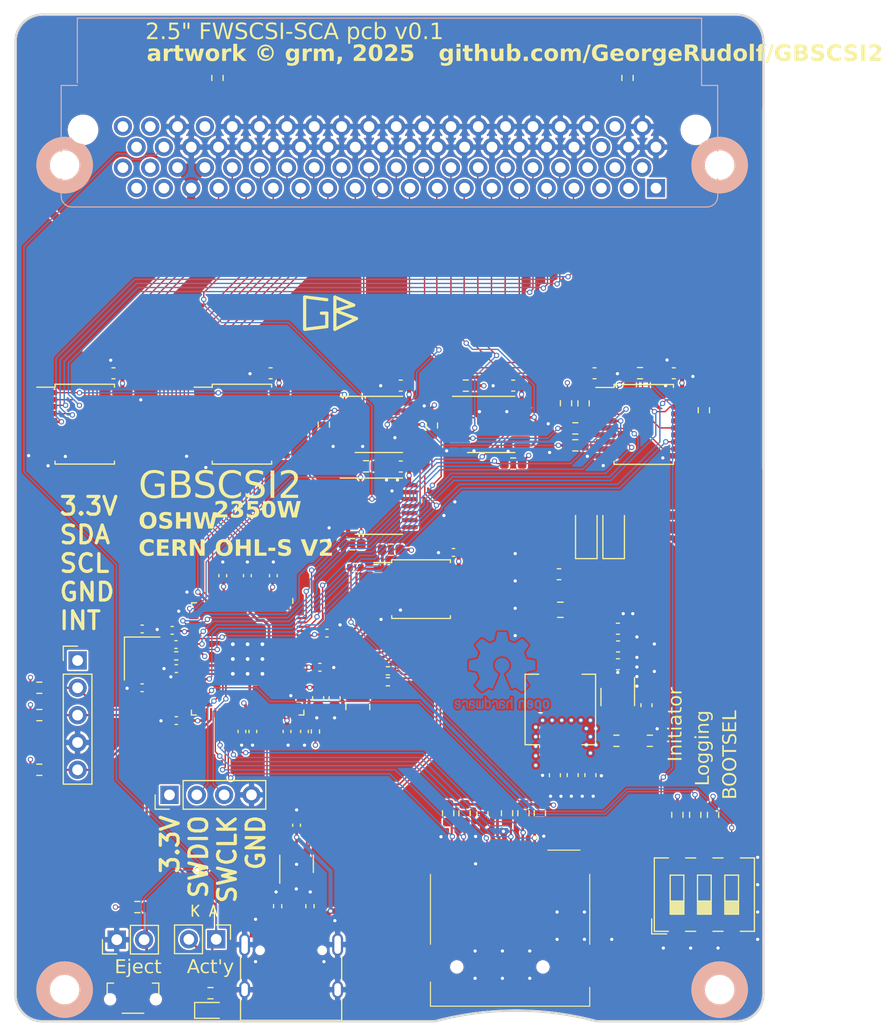
<source format=kicad_pcb>
(kicad_pcb (version 20221018) (generator pcbnew)
  (title_block (title "GBSCSI model 2, 2.5in form factor, FWSCSI, SCA") (date "2025-03-09") (rev "0.1") (comment 3 "Drawn by George R. M."))
  (layers (0 "F.Cu" signal) (1 "In1.Cu" signal) (2 "In2.Cu" signal) (31 "B.Cu" signal) (34 "B.Paste" user) (35 "F.Paste" user) (36 "B.SilkS" user "B.Silkscreen") (37 "F.SilkS" user "F.Silkscreen") (38 "B.Mask" user) (39 "F.Mask" user) (44 "Edge.Cuts" user))
  (net 0 "")
  (net 1 "GND")
  (net 2 "+3V3")
  (net 3 "+5V")
  (net 4 "Net-(U3-A0)")
  (net 5 "Net-(U1-VREG_AVDD)")
  (net 6 "/5V_IN")
  (net 7 "/VBUS")
  (net 8 "/SDIO_D2")
  (net 9 "/SDIO_D3")
  (net 10 "/SDIO_CMD")
  (net 11 "/SDIO_CLK")
  (net 12 "/SDIO_D0")
  (net 13 "/SDIO_D1")
  (net 14 "/~{SCSI_SD0}")
  (net 15 "/~{SCSI_SD1}")
  (net 16 "/~{SCSI_SD2}")
  (net 17 "/~{SCSI_SD3}")
  (net 18 "/~{SCSI_SD4}")
  (net 19 "/~{SCSI_SD5}")
  (net 20 "/~{SCSI_SD6}")
  (net 21 "/~{SCSI_SD7}")
  (net 22 "/~{SCSI_SDP}")
  (net 23 "/SCSI_~{ATTN}")
  (net 24 "/~{SCSI_BSY}")
  (net 25 "/~{SCSI_ACK}")
  (net 26 "/~{SCSI_MSG}")
  (net 27 "/~{SCSI_SEL}")
  (net 28 "/SCSI_~{C}{slash}D")
  (net 29 "/SCSI_~{REQ}")
  (net 30 "/~{INITIATOR}")
  (net 31 "/~{DEBUG}")
  (net 32 "/ACTY_RTN")
  (net 33 "/~{MCU_ATTN}")
  (net 34 "/~{MCU_REQ}")
  (net 35 "/~{BUS_DIR}")
  (net 37 "/~{MCU_SEL_OUT}")
  (net 38 "/~{MCU_ACK}")
  (net 39 "Net-(U3-B1)")
  (net 40 "/EJECT")
  (net 41 "Net-(R6-Pad2)")
  (net 42 "Net-(R19-Pad1)")
  (net 43 "/~{MCU_SDP}")
  (net 44 "/~{MCU_CD{slash}SEL_IN}")
  (net 45 "Net-(R20-Pad2)")
  (net 46 "/~{MCU_MSG{slash}BSY_IN}")
  (net 47 "Net-(R21-Pad2)")
  (net 48 "/~{MCU_IO}")
  (net 49 "/~{MCU_SD0}")
  (net 50 "/~{MCU_SD1}")
  (net 51 "/~{MCU_SD2}")
  (net 52 "/~{MCU_SD3}")
  (net 53 "/~{MCU_SD4}")
  (net 54 "/~{MCU_SD5}")
  (net 55 "/~{MCU_SD6}")
  (net 56 "/~{MCU_SD7}")
  (net 57 "/XOUT")
  (net 58 "/~{MCU_BSY_OUT}")
  (net 59 "Net-(C21-Pad1)")
  (net 60 "+1V1")
  (net 61 "/BUS_DIR")
  (net 62 "/~{SCSI_RST}")
  (net 63 "/ACTY")
  (net 64 "/5V_TIE")
  (net 65 "Net-(F2-Pad1)")
  (net 66 "/SCSI_I{slash}~{O} ")
  (net 76 "Net-(J9-Pin_44)")
  (net 78 "Net-(J9-Pin_74)")
  (net 82 "/~{MCU_RST_OUT}")
  (net 83 "/I²C_SDA")
  (net 84 "/CC1")
  (net 85 "/Din+")
  (net 86 "/Din-")
  (net 88 "/CC2")
  (net 90 "/~{SCSI_SD12}")
  (net 91 "/~{SCSI_SD13}")
  (net 92 "/~{SCSI_SD14}")
  (net 93 "/~{SCSI_SD15}")
  (net 94 "/~{SCSI_SDP1}")
  (net 95 "/~{SCSI_SD8}")
  (net 96 "/~{SCSI_SD9}")
  (net 97 "/~{SCSI_SD10}")
  (net 98 "/~{SCSI_SD11}")
  (net 99 "/SWD")
  (net 100 "/SWCLK")
  (net 101 "/VREG_LX")
  (net 102 "/XIN")
  (net 103 "/Dout+")
  (net 104 "/USB_D+")
  (net 105 "/Dout-")
  (net 106 "/USB_D-")
  (net 107 "/QSPI_SS")
  (net 108 "/~{USB_BOOT}")
  (net 109 "Net-(R64-Pad1)")
  (net 110 "/~{MCU_SDP1}")
  (net 111 "/I²C_SCL")
  (net 112 "/I²C_INT")
  (net 115 "/~{MCU_SD8}")
  (net 116 "/~{MCU_SD9}")
  (net 117 "/~{MCU_SD10}")
  (net 118 "/~{MCU_SD11}")
  (net 119 "/~{MCU_SD12}")
  (net 120 "/~{MCU_SD13}")
  (net 121 "/~{MCU_SD14}")
  (net 122 "/~{MCU_SD15}")
  (net 123 "/~{MCU_RST_IN}")
  (net 130 "/QSPI_SD3")
  (net 131 "/QSPI_SCLK")
  (net 132 "/QSPI_SD0")
  (net 133 "/QSPI_SD2")
  (net 134 "/QSPI_SD1")
  (net 136 "Net-(U8-BST)")
  (net 137 "Net-(U8-SW)")
  (net 138 "Net-(U8-FB)")
  (footprint "Resistor_SMD:R_0603_1608Metric" (layer "F.Cu") (at 40.3202 90.4946 180)
    (fp_text reference "R51" hide)
    (fp_text value "4k7")
  )
  (footprint "Package_SO:SOIC-8_5.23x5.23mm_P1.27mm" (layer "F.Cu") (at 75.7892 78.7906)
    (fp_text reference "U10" hide)
    (fp_text value "W25Q128JVS")
  )
  (footprint "Resistor_SMD:R_0603_1608Metric" (layer "F.Cu") (at 72.9872 75.1276)
    (fp_text reference "R54" hide)
    (fp_text value "4k7")
  )
  (footprint "Capacitor_SMD:C_0402_1005Metric" (layer "F.Cu") (at 67.0462 82.8746)
    (fp_text reference "C38" hide)
    (fp_text value "100nF")
  )
  (footprint "Connector_PinHeader_2.54mm:PinHeader_1x02_P2.54mm_Vertical" (layer "F.Cu") (at 56.752 111.3276 -90)
    (fp_text reference "J3" hide)
    (fp_text value "Conn_01x02")
  )
  (footprint "LED_SMD:LED_0603_1608Metric" (layer "F.Cu") (at 56.239 117.9316)
    (fp_text reference "D1" hide)
    (fp_text value "YELLOW")
  )
  (footprint "Resistor_SMD:R_0603_1608Metric" (layer "F.Cu") (at 78.3036 99.6126 90)
    (fp_text reference "R7" hide)
    (fp_text value "4k7")
  )
  (footprint "Capacitor_SMD:C_0402_1005Metric" (layer "F.Cu") (at 49.8732 87.9546 180)
    (fp_text reference "C20" hide)
    (fp_text value "22pF")
  )
  (footprint "Resistor_SMD:R_0603_1608Metric" (layer "F.Cu") (at 56.219 116.332 180)
    (fp_text reference "R50" hide)
    (fp_text value "510")
  )
  (footprint "Resistor_SMD:R_0603_1608Metric" (layer "F.Cu") (at 79.9431 59.880739 180)
    (fp_text reference "R13" hide)
    (fp_text value "4k7")
  )
  (footprint "GBSCSI:MH2.5_NPTH" (layer "F.Cu") (at 103.5304 39.3954)
    (fp_text reference "H2" hide)
    (fp_text value "~" hide)
  )
  (footprint "GBSCSI:MH2.5_NPTH" (layer "F.Cu") (at 103.5304 116.0018)
    (fp_text reference "H4" hide)
    (fp_text value "~" hide)
  )
  (footprint "Fiducial:Fiducial_0.5mm_Mask1mm" (layer "F.Cu") (at 40.64 28.956)
    (fp_text reference "FID3" hide)
    (fp_text value "Fiducial")
  )
  (footprint "Resistor_SMD:R_0603_1608Metric" (layer "F.Cu") (at 83.7766 99.6126 90)
    (fp_text reference "R3" hide)
    (fp_text value "4k7")
  )
  (footprint "Capacitor_SMD:C_0402_1005Metric" (layer "F.Cu") (at 52.6672 82.6206 180)
    (fp_text reference "C29" hide)
    (fp_text value "100nF")
  )
  (footprint "Connector_PinHeader_2.54mm:PinHeader_1x05_P2.54mm_Vertical" (layer "F.Cu") (at 43.8762 85.4196)
    (fp_text reference "J6" hide)
    (fp_text value "Conn_01x05")
  )
  (footprint "Resistor_SMD:R_0603_1608Metric" (layer "F.Cu") (at 40.3202 87.9546 180)
    (fp_text reference "R15" hide)
    (fp_text value "4k7")
  )
  (footprint "Connector_PinHeader_2.54mm:PinHeader_1x04_P2.54mm_Vertical" (layer "F.Cu") (at 52.412 97.9086 90)
    (fp_text reference "J7" hide)
    (fp_text value "Conn_01x04")
  )
  (footprint "Capacitor_SMD:C_0603_1608Metric" (layer "F.Cu") (at 94.0902 84.118739)
    (fp_text reference "C17" hide)
    (fp_text value "1uF")
  )
  (footprint "Resistor_SMD:R_0603_1608Metric" (layer "F.Cu") (at 69.4032 74.6196)
    (fp_text reference "R10" hide)
    (fp_text value "4k7")
  )
  (footprint "Package_SO:TSSOP-14_4.4x5mm_P0.65mm" (layer "F.Cu") (at 82.305366 63.487739)
    (fp_text reference "U6" hide)
    (fp_text value "74LVT125")
  )
  (footprint "Capacitor_SMD:C_0402_1005Metric" (layer "F.Cu") (at 64.9582 92.0186 -90)
    (fp_text reference "C36" hide)
    (fp_text value "4.7uF")
  )
  (footprint "Resistor_SMD:R_0603_1608Metric" (layer "F.Cu") (at 66.7542 63.499939 90)
    (fp_text reference "R19" hide)
    (fp_text value "1k")
  )
  (footprint "Package_SO:SSOP-20_5.3x7.2mm_P0.65mm" (layer "F.Cu") (at 44.5392 63.463739)
    (fp_text reference "U11" hide)
    (fp_text value "74LVT245")
  )
  (footprint "GBSCSI:SW_Push_1P1T-MP_NO_Horizontal_Alps_SKRTLAE010" (layer "F.Cu") (at 49.022 116.896)
    (fp_text reference "SW2" hide)
    (fp_text value "GT-TC108A-H034-L1S" hide)
  )
  (footprint "Resistor_SMD:R_0402_1005Metric" (layer "F.Cu") (at 72.7052 87.3958 180)
    (fp_text reference "R49" hide)
    (fp_text value "27")
  )
  (footprint "Capacitor_SMD:C_0603_1608Metric" (layer "F.Cu") (at 91.9042 58.737739)
    (fp_text reference "C2" hide)
    (fp_text value "12pF")
  )
  (footprint "Resistor_SMD:R_0603_1608Metric" (layer "F.Cu") (at 94.9706 31.2956 90)
    (fp_text reference "R67" hide)
    (fp_text value "10k")
  )
  (footprint "Resistor_SMD:R_0603_1608Metric" (layer "F.Cu") (at 76.7972 63.590739 -90)
    (fp_text reference "R11" hide)
    (fp_text value "4k7")
  )
  (footprint "Capacitor_SMD:C_0402_1005Metric" (layer "F.Cu") (at 57.365 77.5406 90)
    (fp_text reference "C28" hide)
    (fp_text value "100nF")
  )
  (footprint "Capacitor_SMD:C_0603_1608Metric" (layer "F.Cu") (at 73.904 67.400739 180)
    (fp_text reference "C7" hide)
    (fp_text value "100nF")
  )
  (footprint "Capacitor_SMD:C_0402_1005Metric" (layer "F.Cu") (at 59.1442 92.0186 -90)
    (fp_text reference "C31" hide)
    (fp_text value "100nF")
  )
  (footprint "Capacitor_SMD:C_0402_1005Metric" (layer "F.Cu") (at 53.0482 86.1766 180)
    (fp_text reference "C23" hide)
    (fp_text value "4.7uF")
  )
  (footprint "Button_Switch_SMD:SW_DIP_SPSTx03_Slide_6.7x9.18mm_W8.61mm_P2.54mm_LowProfile" (layer "F.Cu") (at 102.108 107.175 90)
    (fp_text reference "SW1" hide)
    (fp_text value "SW_DIP_x03")
  )
  (footprint "Resistor_SMD:R_0603_1608Metric" (layer "F.Cu") (at 79.8276 99.6126 90)
    (fp_text reference "R5" hide)
    (fp_text value "4k7")
  )
  (footprint "Inductor_SMD:L_0603_1608Metric" (layer "F.Cu") (at 88.6022 77.406739)
    (fp_text reference "L1" hide)
    (fp_text value "Ferrite_Bead_Small")
  )
  (footprint "Inductor_SMD:L_1008_2520Metric_Pad1.43x2.20mm_HandSolder" (layer "F.Cu") (at 69.9112 89.7326 -90)
    (fp_text reference "L3" hide)
    (fp_text value "3.3uH")
  )
  (footprint "Resistor_SMD:R_0603_1608Metric" (layer "F.Cu") (at 86.8246 99.6126 90)
    (fp_text reference "R1" hide)
    (fp_text value "4k7")
  )
  (footprint "Diode_SMD:D_SOD-123" (layer "F.Cu") (at 93.6822 73.596739 90)
    (fp_text reference "D3" hide)
    (fp_text value "D_Schottky")
  )
  (footprint "Package_SO:TSSOP-14_4.4x5mm_P0.65mm" (layer "F.Cu") (at 71.867533 63.487739)
    (fp_text reference "U5" hide)
    (fp_text value "74LVT125")
  )
  (footprint "Fiducial:Fiducial_0.5mm_Mask1mm" (layer "F.Cu") (at 40.386 112.141)
    (fp_text reference "FID2" hide)
    (fp_text value "Fiducial")
  )
  (footprint "Capacitor_SMD:C_0402_1005Metric" (layer "F.Cu") (at 60.1602 92.0186 -90)
    (fp_text reference "C22" hide)
    (fp_text value "100nF")
  )
  (footprint "Inductor_SMD:L_Vishay_IHLP-2525" (layer "F.Cu") (at 88.7302 89.973739 -90)
    (fp_text reference "L2" hide)
    (fp_text value "2.2uH")
  )
  (footprint "Connector_USB:USB_C_Receptacle_HRO_TYPE-C-31-M-12" (layer "F.Cu") (at 63.715 114.952)
    (fp_text reference "J1" hide)
    (fp_text value "USB_DATA")
  )
  (footprint "Capacitor_SMD:C_0603_1608Metric" (layer "F.Cu") (at 89.8732 96.069739 -90)
    (fp_text reference "C13" hide)
    (fp_text value "22uF")
  )
  (footprint "Capacitor_SMD:C_0402_1005Metric" (layer "F.Cu") (at 53.019 83.9386 180)
    (fp_text reference "C39" hide)
    (fp_text value "100nF")
  )
  (footprint "GBSCSI:MH2.5_NPTH" (layer "F.Cu") (at 42.672 39.3954)
    (fp_text reference "H1" hide)
    (fp_text value "~" hide)
  )
  (footprint "Capacitor_SMD:C_0603_1608Metric" (layer "F.Cu") (at 73.904 59.880739 180)
    (fp_text reference "C5" hide)
    (fp_text value "100nF")
  )
  (footprint "Capacitor_SMD:C_0402_1005Metric" (layer "F.Cu") (at 63.3352 92.0186 -90)
    (fp_text reference "C32" hide)
    (fp_text value "100nF")
  )
  (footprint "Resistor_SMD:R_0603_1608Metric" (layer "F.Cu") (at 85.3006 99.6126 90)
    (fp_text reference "R2" hide)
    (fp_text value "4k7")
  )
  (footprint "Package_SO:SSOP-20_5.3x7.2mm_P0.65mm" (layer "F.Cu") (at 59.1442 63.463739)
    (fp_text reference "U2" hide)
    (fp_text value "74LVT245")
  )
  (footprint "Capacitor_SMD:C_0402_1005Metric" (layer "F.Cu") (at 53.0482 91.0026 180)
    (fp_text reference "C30" hide)
    (fp_text value "100nF")
  )
  (footprint "Resistor_SMD:R_0402_1005Metric" (layer "F.Cu") (at 72.7052 86.3798 180)
    (fp_text reference "R48" hide)
    (fp_text value "27")
  )
  (footprint "Fuse:Fuse_0805_2012Metric" (layer "F.Cu") (at 88.7292 80.708739)
    (fp_text reference "F2" hide)
    (fp_text value "1A")
  )
  (footprint "Package_TO_SOT_SMD:SOT-23-6" (layer "F.Cu") (at 64.2204 104.3137 90)
    (fp_text reference "U9" hide)
    (fp_text value "USB TVS")
  )
  (footprint "Capacitor_SMD:C_0402_1005Metric" (layer "F.Cu") (at 59.651 77.5406 90)
    (fp_text reference "C24" hide)
    (fp_text value "100nF")
  )
  (footprint "GBSCSI:TF01A" (layer "F.Cu") (at 84.0616 110.2906)
    (fp_text reference "J2" hide)
    (fp_text value "TF003" hide)
  )
  (footprint "Resistor_SMD:R_0402_1005Metric" (layer "F.Cu") (at 62.465 108.2452 90)
    (fp_text reference "R47" hide)
    (fp_text value "5k1")
  )
  (footprint "Resistor_SMD:R_0603_1608Metric" (layer "F.Cu") (at 70.6732 67.3806 180)
    (fp_text reference "R64" hide)
    (fp_text value "1k")
  )
  (footprint "Package_TO_SOT_SMD:TSOT-23-6" (layer "F.Cu") (at 94.063493 88.817032 -90)
    (fp_text reference "U8" hide)
    (fp_text value "AP62250WU")
  )
  (footprint "Capacitor_SMD:C_0402_1005Metric" (layer "F.Cu") (at 64.223 100.7306 90)
    (fp_text reference "C33" hide)
    (fp_text value "100nF")
  )
  (footprint "Crystal:Crystal_SMD_3225-4Pin_3.2x2.5mm" (layer "F.Cu") (at 49.8732 85.2406 -90)
    (fp_text reference "Y1" hide)
    (fp_text value "12MHz")
  )
  (footprint "Resistor_SMD:R_0603_1608Metric" (layer "F.Cu") (at 102.9208 99.759 -90)
    (fp_text reference "R6" hide)
    (fp_text value "1k")
  )
  (footprint "Resistor_SMD:R_0603_1608Metric" (layer "F.Cu") (at 56.8706 31.2956 90)
    (fp_text reference "R18" hide)
    (fp_text value "10k")
  )
  (footprint "Capacitor_SMD:C_0603_1608Metric" (layer "F.Cu") (at 94.0772 85.769739)
    (fp_text reference "C18" hide)
    (fp_text value "100nF")
  )
  (footprint "Resistor_SMD:R_0603_1608Metric" (layer "F.Cu") (at 96.1288 58.724739)
    (fp_text reference "R8" hide)
    (fp_text value "4k7")
  )
  (footprint "GBSCSI:RP2350-QFN-80-1EP_10x10_P0.4mm_EP3.4x3.4mm_ThermalVias" (layer "F.Cu") (at 59.6742 85.285739 -90)
    (fp_text reference "U1" hide)
    (fp_text value "RP2350_80QFN")
  )
  (footprint "Resistor_SMD:R_0603_1608Metric" (layer "F.Cu") (at 49.425 108.331)
    (fp_text reference "R66" hide)
    (fp_text value "4k7")
  )
  (footprint "Package_SO:TSSOP-14_4.4x5mm_P0.65mm" (layer "F.Cu") (at 71.867533 71.083739)
    (fp_text reference "U4" hide)
    (fp_text value "74LVT125")
  )
  (footprint "Capacitor_SMD:C_0603_1608Metric" (layer "F.Cu") (at 67.7522 88.9198 -90)
    (fp_text reference "C35" hide)
    (fp_text value "4.7uF")
  )
  (footprint "Resistor_SMD:R_0603_1608Metric" (layer "F.Cu") (at 102.0642 62.166739 90)
    (fp_text reference "R17" hide)
    (fp_text value "1k")
  )
  (footprint "Capacitor_SMD:C_0603_1608Metric" (layer "F.Cu") (at 84.3497 59.880739 180)
    (fp_text reference "C6" hide)
    (fp_text value "100nF")
  )
  (footprint "Capacitor_SMD:C_0603_1608Metric" (layer "F.Cu") (at 61.8052 58.737739 180)
    (fp_text reference "C4" hide)
    (fp_text value "100nF")
  )
  (footprint "Fiducial:Fiducial_0.5mm_Mask1mm" (layer "F.Cu") (at 97.663 115.824)
    (fp_text reference "FID1" hide)
    (fp_text value "Fiducial")
  )
  (footprint "Diode_SMD:D_SOD-123" (layer "F.Cu") (at 91.1422 73.596739 90)
    (fp_text reference "D5" hide)
    (fp_text value "D_Schottky")
  )
  (footprint "Package_SO:SSOP-20_5.3x7.2mm_P0.65mm" (layer "F.Cu") (at 96.4762 63.487739)
    (fp_text reference "U3" hide)
    (fp_text value "74LVT245")
  )
  (footprint "Resistor_SMD:R_0603_1608Metric" (layer "F.Cu") (at 101.261334 99.759 90)
    (fp_text reference "R9" hide)
    (fp_text value "4k7")
  )
  (footprint "Capacitor_SMD:C_0603_1608Metric" (layer "F.Cu") (at 81.4906 99.6126 -90)
    (fp_text reference "C1" hide)
    (fp_text value "100nF")
  )
  (footprint "Capacitor_SMD:C_0603_1608Metric" (layer "F.Cu") (at 66.2282 88.9198 -90)
    (fp_text reference "C26" hide)
    (fp_text value "4.7uF")
  )
  (footprint "Resistor_SMD:R_0603_1608Metric" (layer "F.Cu") (at 90.8852 61.531739 90)
    (fp_text reference "R16" hide)
    (fp_text value "110")
  )
  (footprint "Capacitor_SMD:C_0603_1608Metric" (layer "F.Cu") (at 47.205 58.737739 180)
    (fp_text reference "C37" hide)
    (fp_text value "100nF")
  )
  (footprint "Resistor_SMD:R_0402_1005Metric" (layer "F.Cu") (at 53.0392 84.9906 180)
    (fp_text reference "R14" hide)
    (fp_text value "1k")
  )
  (footprint "Capacitor_SMD:C_0402_1005Metric" (layer "F.Cu") (at 66.3832 86.0496)
    (fp_text reference "C25" hide)
    (fp_text value "1uF")
  )
  (footprint "Resistor_SMD:R_0402_1005Metric" (layer "F.Cu") (at 65.9742 92.0186 -90)
    (fp_text reference "R65" hide)
    (fp_text value "27")
  )
  (footprint "Capacitor_SMD:C_0402_1005Metric" (layer "F.Cu") (at 78.8012 75.3816 180)
    (fp_text reference "C34" hide)
    (fp_text value "100nF")
  )
  (footprint "Resistor_SMD:R_0603_1608Metric" (layer "F.Cu") (at 93.9372 92.881739)
    (fp_text reference "R41" hide)
    (fp_text value "31k6")
  )
  (footprint "Resistor_SMD:R_0603_1608Metric" (layer "F.Cu") (at 89.2556 61.5216 -90)
    (fp_text reference "R40" hide)
    (fp_text value "4k7")
  )
  (footprint "Resistor_SMD:R_0603_1608Metric" (layer "F.Cu") (at 99.601868 99.759 -90)
    (fp_text reference "R4" hide)
    (fp_text value "1k")
  )
  (footprint "Resistor_SMD:R_0402_1005Metric" (layer "F.Cu") (at 65.465 108.2452 90)
    (fp_text reference "R46" hide)
    (fp_text value "5k1")
  )
  (footprint "Capacitor_SMD:C_0402_1005Metric" (layer "F.Cu") (at 49.8732 82.4936)
    (fp_text reference "C21" hide)
    (fp_text value "22pF")
  )
  (footprint "Capacitor_SMD:C_0603_1608Metric" (layer "F.Cu") (at 88.2222 96.082739 -90)
    (fp_text reference "C16" hide)
    (fp_text value "100nF")
  )
  (footprint "Capacitor_SMD:C_0603_1608Metric" (layer "F.Cu") (at 91.5242 96.069739 -90)
    (fp_text reference "C12" hide)
    (fp_text value "22uF")
  )
  (footprint "Capacitor_SMD:C_0603_1608Metric" (layer "F.Cu") (at 96.7312 89.579739 -90)
    (fp_text reference "C14" hide)
    (fp_text value "100nF")
  )
  (footprint "Connector_PinHeader_2.54mm:PinHeader_1x02_P2.54mm_Vertical" (layer "F.Cu") (at 47.515 111.362 90)
    (fp_text reference "J8" hide)
    (fp_text value "Conn_01x02")
  )
  (footprint "Capacitor_SMD:C_0603_1608Metric" (layer "F.Cu") (at 99.2702 58.737739 180)
    (fp_text reference "C3" hide)
    (fp_text value "100nF")
  )
  (footprint "Resistor_SMD:R_0603_1608Metric" (layer "F.Cu") (at 40.3202 95.5746 180)
    (fp_text reference "R52" hide)
    (fp_text value "4k7")
  )
  (footprint "GBSCSI:MH2.5_NPTH" (layer "F.Cu") (at 42.672 116.0018)
    (fp_text reference "H3" hide)
    (fp_text value "~" hide)
  )
  (footprint "Resistor_SMD:R_0603_1608Metric" (layer "F.Cu") (at 97.0482 92.881739)
    (fp_text reference "R42" hide)
    (fp_text value "10k")
  )
  (footprint "Resistor_SMD:R_0603_1608Metric" (layer "F.Cu") (at 90.1222 65.430339 180)
    (fp_text reference "R21" hide)
    (fp_text value "1k")
  )
  (footprint "Resistor_SMD:R_0603_1608Metric" (layer "F.Cu") (at 90.1222 63.855539 180)
    (fp_text reference "R20" hide)
    (fp_text value "1k")
  )
  (footprint "Resistor_SMD:R_0402_1005Metric" (layer "F.Cu") (at 69.6832 76.7786 180)
    (fp_text reference "R53" hide)
    (fp_text value "1k")
  )
  (footprint "Resistor_SMD:R_0603_1608Metric" (layer "F.Cu") (at 84.3497 67.1266 180)
    (fp_text reference "R12" hide)
    (fp_text value "4k7")
  )
  (footprint "Capacitor_SMD:C_0402_1005Metric" (layer "F.Cu") (at 62.064 77.5406 90)
    (fp_text reference "C27" hide)
    (fp_text value "100nF")
  )
  (footprint "Capacitor_SMD:C_0603_1608Metric" (layer "F.Cu") (at 94.0772 82.467739)
    (fp_text reference "C15" hide)
    (fp_text value "10uF")
  )
  (footprint "GBSCSI:CHAMPII_80" (layer "B.Cu") (at 72.85 38.9918)
    (fp_text reference "J9" hide)
    (fp_text value "Conn_02x40_Counter_Clockwise")
  )
  (footprint "Symbol:OSHW-Logo2_9.8x8mm_Copper" (layer "B.Cu") (at 83.312 86.487 180)
    (fp_text reference "REF**" hide)
    (fp_text value "OSHW-Logo2_9.8x8mm_Copper" hide)
  )
  (gr_line (start 69.7806 53.6536) (end 67.7806 52.9036) (stroke (width 0.3)) (layer "F.SilkS"))
  (gr_line (start 65.0306 54.6496) (end 67.0306 54.3996) (stroke (width 0.3)) (layer "F.SilkS"))
  (gr_line (start 69.5306 52.4036) (end 67.7806 52.9036) (stroke (width 0.3)) (layer "F.SilkS"))
  (gr_line (start 67.0306 54.3996) (end 67.0306 53.1496) (stroke (width 0.3)) (layer "F.SilkS"))
  (gr_line (start 65.0306 51.6496) (end 67.0306 51.8996) (stroke (width 0.3)) (layer "F.SilkS"))
  (gr_line (start 64.971 51.6496) (end 64.971 54.6496) (stroke (width 0.3)) (layer "F.SilkS"))
  (gr_line (start 67.7806 54.6536) (end 69.7806 53.6536) (stroke (width 0.3)) (layer "F.SilkS"))
  (gr_line (start 66.5306 53.1496) (end 67.0306 53.1496) (stroke (width 0.3)) (layer "F.SilkS"))
  (gr_line (start 67.7806 51.6536) (end 69.5306 52.4036) (stroke (width 0.3)) (layer "F.SilkS"))
  (gr_line (start 67.7806 54.6536) (end 67.7806 51.6536) (stroke (width 0.3)) (layer "F.SilkS"))
  (gr_line (start 92.1 118.95) (end 105.1 118.95) (stroke (width 0.2)) (layer "Edge.Cuts"))
  (gr_arc (start 38.1 27.9) (mid 38.832233 26.132233) (end 40.6 25.4) (stroke (width 0.2)) (layer "Edge.Cuts"))
  (gr_line (start 38.1 116.45) (end 38.1 27.9) (stroke (width 0.2)) (layer "Edge.Cuts"))
  (gr_line (start 107.6 116.45) (end 107.6 27.9) (stroke (width 0.2)) (layer "Edge.Cuts"))
  (gr_arc (start 105.1 25.4) (mid 106.867767 26.132233) (end 107.6 27.9) (stroke (width 0.2)) (layer "Edge.Cuts"))
  (gr_line (start 40.6 25.4) (end 105.1 25.4) (stroke (width 0.2)) (layer "Edge.Cuts"))
  (gr_arc (start 77.1 118.95) (mid 84.6 117.962606) (end 92.1 118.95) (stroke (width 0.2)) (layer "Edge.Cuts"))
  (gr_arc (start 40.6 118.95) (mid 38.832233 118.217767) (end 38.1 116.45) (stroke (width 0.2)) (layer "Edge.Cuts"))
  (gr_line (start 40.6 118.95) (end 77.1 118.95) (stroke (width 0.2)) (layer "Edge.Cuts"))
  (gr_arc (start 107.6 116.45) (mid 106.867767 118.217767) (end 105.1 118.95) (stroke (width 0.2)) (layer "Edge.Cuts"))
  (gr_text "3.3V\nSWDIO\nSWCLK\nGND" (at 61.4022 99.6386 90) (layer "F.SilkS") (effects (font (size 1.651 1.651) (thickness 0.3) bold) (justify right bottom)))
  (gr_text "2.5{dblquote} FWSCSI-SCA pcb v0.1" (at 50.165 27.94) (layer "F.SilkS") (effects (font (size 1.5 1.5)) (justify left bottom)))
  (gr_text "GBSCSI2" (at 49.53 70.739) (layer "F.SilkS") (effects (font (size 2.5 2.5) (thickness 0.15) italic) (justify left bottom)))
  (gr_text "BOOTSEL" (at 105.283 90.043 90) (layer "F.SilkS") (effects (font (size 1.27 1.27) (thickness 0.1875)) (justify right bottom)))
  (gr_text "artwork © grm, 2025   github.com/GeorgeRudolf/GBSCSI2" (at 50.292 29.972) (layer "F.SilkS") (effects (font (size 1.5 1.5) (thickness 0.3) bold italic) (justify left bottom)))
  (gr_text "Logging" (at 102.743 90.043 90) (layer "F.SilkS") (effects (font (size 1.27 1.27) (thickness 0.1875)) (justify right bottom)))
  (gr_text "Act'y" (at 58.42 114.681) (layer "F.SilkS") (effects (font (size 1.27 1.27) (thickness 0.1875)) (justify right bottom)))
  (gr_text "OSHW\nCERN OHL-S V2" (at 49.53 75.946) (layer "F.SilkS") (effects (font (size 1.5 1.5) (thickness 0.3) bold italic) (justify left bottom)))
  (gr_text "3.3V\nSDA\nSCL\nGND\nINT" (at 42.037 82.677) (layer "F.SilkS") (effects (font (size 1.651 1.651) (thickness 0.3) bold) (justify left bottom)))
  (gr_text "Eject" (at 51.689 114.691) (layer "F.SilkS") (effects (font (size 1.27 1.27) (thickness 0.1875)) (justify right bottom)))
  (gr_text "2350W" (at 56.515 72.39) (layer "F.SilkS") (effects (font (size 1.5 1.5) (thickness 0.3) bold italic) (justify left bottom)))
  (gr_text "K A" (at 54.207 109.2956) (layer "F.SilkS") (effects (font (size 1 1)) (justify left bottom)))
  (gr_text "Initiator" (at 100.203 87.896496 90) (layer "F.SilkS") (effects (font (size 1.27 1.27) (thickness 0.1875)) (justify right bottom)))
  (via (at 60.413 113.4026) (size 0.5) (drill 0.3) (layers "F.Cu" "B.Cu") (net 1))
  (via (at 95.8422 85.134739) (size 0.5) (drill 0.3) (layers "F.Cu" "B.Cu") (net 1))
  (via (at 101.0442 59.029539) (size 0.5) (drill 0.3) (layers "F.Cu" "B.Cu") (net 1))
  (via (at 78.9282 70.6826) (size 0.5) (drill 0.3) (layers "F.Cu" "B.Cu") (net 1))
  (via (at 94.0338 58.775539) (size 0.5) (drill 0.3) (layers "F.Cu" "B.Cu") (net 1))
  (via (at 103.378 112.141) (size 0.5) (drill 0.3) (layers "F.Cu" "B.Cu") (net 1))
  (via (at 87.7316 66.0936) (size 0.5) (drill 0.3) (layers "F.Cu" "B.Cu") (net 1))
  (via (at 73.875 80.7382) (size 0.5) (drill 0.3) (layers "F.Cu" "B.Cu") (net 1))
  (via (at 59.651 76.2706) (size 0.5) (drill 0.3) (layers "F.Cu" "B.Cu") (net 1))
  (via (at 100.838 112.141) (size 0.5) (drill 0.3) (layers "F.Cu" "B.Cu") (net 1))
  (via (at 94.0642 86.531739) (size 0.5) (drill 0.3) (layers "F.Cu" "B.Cu") (net 1))
  (via (at 54.0034 66.446339) (size 0.5) (drill 0.3) (layers "F.Cu" "B.Cu") (net 1))
  (via (at 67.2442 74.2386) (size 0.5) (drill 0.3) (layers "F.Cu" "B.Cu") (net 1))
  (via (at 72.0716 81.6018) (size 0.5) (drill 0.3) (layers "F.Cu" "B.Cu") (net 1))
  (via (at 94.5722 81.070739) (size 0.5) (drill 0.3) (layers "F.Cu" "B.Cu") (net 1))
  (via (at 60.1322 93.2886) (size 0.5) (drill 0.3) (layers "F.Cu" "B.Cu") (net 1))
  (via (at 95.8422 87.801739) (size 0.5) (drill 0.3) (layers "F.Cu" "B.Cu") (net 1))
  (via (at 66.1012 90.7486) (size 0.5) (drill 0.3) (layers "F.Cu" "B.Cu") (net 1))
  (via (at 62.318 106.9256) (size 0.5) (drill 0.3) (layers "F.Cu" "B.Cu") (net 1))
  (via (at 83.4386 101.2966) (size 0.5) (drill 0.3) (layers "F.Cu" "B.Cu") (net 1))
  (via (at 82.4831 59.893139) (size 0.5) (drill 0.3) (layers "F.Cu" "B.Cu") (net 1))
  (via (at 90.9666 111.3306) (size 0.5) (drill 0.3) (layers "F.Cu" "B.Cu") (net 1))
  (via (at 88.4266 108.7906) (size 0.5) (drill 0.3) (layers "F.Cu" "B.Cu") (net 1))
  (via (at 73.3582 64.719139) (size 0.5) (drill 0.3) (layers "F.Cu" "B.Cu") (net 1))
  (via (at 64.223 99.3056) (size 0.5) (drill 0.3) (layers "F.Cu" "B.Cu") (net 1))
  (via (at 54.0362 79.0646) (size 0.5) (drill 0.3) (layers "F.Cu" "B.Cu") (net 1))
  (via (at 107.061 106.2506) (size 0.5) (drill 0.3) (layers "F.Cu" "B.Cu") (net 1))
  (via (at 66.763 113.4026) (size 0.5) (drill 0.3) (layers "F.Cu" "B.Cu") (net 1))
  (via (at 83.3478 114.9522) (size 0.5) (drill 0.3) (layers "F.Cu" "B.Cu") (net 1))
  (via (at 77.9122 71.9526) (size 0.5) (drill 0.3) (layers "F.Cu" "B.Cu") (net 1))
  (via (at 85.8878 114.9522) (size 0.5) (drill 0.3) (layers "F.Cu" "B.Cu") (net 1))
  (via (at 90.766 98.033739) (size 0.5) (drill 0.3) (layers "F.Cu" "B.Cu") (net 1))
  (via (at 72.5782 68.6506) (size 0.5) (drill 0.3) (layers "F.Cu" "B.Cu") (net 1))
  (via (at 73.5942 68.6506) (size 0.5) (drill 0.3) (layers "F.Cu" "B.Cu") (net 1))
  (via (at 73.0862 69.6666) (size 0.5) (drill 0.3) (layers "F.Cu" "B.Cu") (net 1))
  (via (at 80.8078 114.9522) (size 0.5) (drill 0.3) (layers "F.Cu" "B.Cu") (net 1))
  (via (at 67.2442 73.0956) (size 0.5) (drill 0.3) (layers "F.Cu" "B.Cu") (net 1))
  (via (at 51.6246 91.0252) (size 0.5) (drill 0.3) (layers "F.Cu" "B.Cu") (net 1))
  (via (at 98.2502 66.598739) (size 0.5) (drill 0.3) (layers "F.Cu" "B.Cu") (net 1))
  (via (at 55.7892 67.4906) (size 0.5) (drill 0.3) (layers "F.Cu" "B.Cu") (net 1))
  (via (at 80.7051 65.938339) (size 0.5) (drill 0.3) (layers "F.Cu" "B.Cu") (net 1))
  (via (at 87.6046 63.4266) (size 0.5) (drill 0.3) (layers "F.Cu" "B.Cu") (net 1))
  (via (at 65.493 106.9256) (size 0.5) (drill 0.3) (layers "F.Cu" "B.Cu") (net 1))
  (via (at 59.8962 58.775539) (size 0.5) (drill 0.3) (layers "F.Cu" "B.Cu") (net 1))
  (via (at 42.7346 66.4634) (size 0.5) (drill 0.3) (layers "F.Cu" "B.Cu") (net 1))
  (via (at 92.544 96.1306) (size 0.5) (drill 0.3) (layers "F.Cu" "B.Cu") (net 1))
  (via (at 89.75 98.033739) (size 0.5) (drill 0.3) (layers "F.Cu" "B.Cu") (net 1))
  (via (at 98.298 112.141) (size 0.5) (drill 0.3) (layers "F.Cu" "B.Cu") (net 1))
  (via (at 48.475 88.0026) (size 0.5) (drill 0.3) (layers "F.Cu" "B.Cu") (net 1))
  (via (at 41.1344 67.327) (size 0.5) (drill 0.3) (layers "F.Cu" "B.Cu") (net 1))
  (via (at 49.745 61.2056) (size 0.5) (drill 0.3) (layers "F.Cu" "B.Cu") (net 1))
  (via (at 77.6386 101.7966) (size 0.5) (drill 0.3) (layers "F.Cu" "B.Cu") (net 1))
  (via (at 107.061 108.7906) (size 0.5) (drill 0.3) (layers "F.Cu" "B.Cu") (net 1))
  (via (at 98.5042 59.893139) (size 0.5) (drill 0.3) (layers "F.Cu" "B.Cu") (net 1))
  (via (at 51.9052 86.1766) (size 0.5) (drill 0.3) (layers "F.Cu" "B.Cu") (net 1))
  (via (at 87.1886 101.7466) (size 0.5) (drill 0.3) (layers "F.Cu" "B.Cu") (net 1))
  (via (at 64.2204 104.359) (size 0.5) (drill 0.3) (layers "F.Cu" "B.Cu") (net 1))
  (via (at 67.779 109.5926) (size 0.5) (drill 0.3) (layers "F.Cu" "B.Cu") (net 1))
  (via (at 95.4612 81.070739) (size 0.5) (drill 0.3) (layers "F.Cu" "B.Cu") (net 1))
  (via (at 51.269 82.5416) (size 0.5) (drill 0.3) (layers "F.Cu" "B.Cu") (net 1))
  (via (at 88.7848 98.0356) (size 0.5) (drill 0.3) (layers "F.Cu" "B.Cu") (net 1))
  (via (at 80.8556 101.7716) (size 0.5) (drill 0.3) (layers "F.Cu" "B.Cu") (net 1))
  (via (at 67.676 86.075) (size 0.5) (drill 0.3) (layers "F.Cu" "B.Cu") (net 1))
  (via (at 97.7242 91.7646) (size 0.5) (drill 0.3) (layers "F.Cu" "B.Cu") (net 1))
  (via (at 95.8422 83.229739) (size 0.5) (drill 0.3) (layers "F.Cu" "B.Cu") (net 1))
  (via (at 107.061 111.3306) (size 0.5) (drill 0.3) (layers "F.Cu" "B.Cu") (net 1))
  (via (at 87.8196 98.0356) (size 0.5) (drill 0.3) (layers "F.Cu" "B.Cu") (net 1))
  (via (at 63.6882 88.6912) (size 0.5) (drill 0.3) (layers "F.Cu" "B.Cu") (net 1))
  (via (at 57.365 76.2706) (size 0.5) (drill 0.3) (layers "F.Cu" "B.Cu") (net 1))
  (via (at 84.5342 83.108739) (size 0.5) (drill 0.3) (layers "F.Cu" "B.Cu") (net 1))
  (via (at 84.5342 78.028739) (size 0.5) (drill 0.3) (layers "F.Cu" "B.Cu") (net 1))
  (via (at 83.8812 65.9836) (size 0.5) (drill 0.3) (layers "F.Cu" "B.Cu") (net 1))
  (via (at 76.0848 61.7644) (size 0.5) (drill 0.3) (layers "F.Cu" "B.Cu") (net 1))
  (via (at 67.6178 65.531939) (size 0.5) (drill 0.3) (layers "F.Cu" "B.Cu") (net 1))
  (via (at 97.4642 83.888739) (size 0.5) (drill 0.3) (layers "F.Cu" "B.Cu") (net 1))
  (via (at 80.8556 104.3116) (size 0.5) (drill 0.3) (layers "F.Cu" "B.Cu") (net 1))
  (via (at 80.8078 112.4122) (size 0.5) (drill 0.3) (layers "F.Cu" "B.Cu") (net 1))
  (via (at 39.331 66.3872) (size 0.5) (drill 0.3) (layers "F.Cu" "B.Cu") (net 1))
  (via (at 81.2142 62.3006) (size 0.5) (drill 0.3) (layers "F.Cu" "B.Cu") (net 1))
  (via (at 87.0742 96.0906) (size 0.5) (drill 0.3) (layers "F.Cu" "B.Cu") (net 1))
  (via (at 77.4056 75.4042) (size 0.5) (drill 0.3) (layers "F.Cu" "B.Cu") (net 1))
  (via (at 70.361 65.531939) (size 0.5) (drill 0.3) (layers "F.Cu" "B.Cu") (net 1))
  (via (at 98.6412 57.501239) (size 0.5) (drill 0.3) (layers "F.Cu" "B.Cu") (net 1))
  (via (at 92.713 67.309939) (size 0.5) (drill 0.3) (layers "F.Cu" "B.Cu") (net 1))
  (via (at 68.2602 82.1126) (size 0.5) (drill 0.3) (layers "F.Cu" "B.Cu") (net 1))
  (via (at 62.064 76.2706) (size 0.5) (drill 0.3) (layers "F.Cu" "B.Cu") (net 1))
  (via (at 107.061 103.7106) (size 0.5) (drill 0.3) (layers "F.Cu" "B.Cu") (net 1))
  (via (at 85.8878 112.4122) (size 0.5) (drill 0.3) (layers "F.Cu" "B.Cu") (net 1))
  (via (at 67.7522 90.7486) (size 0.5) (drill 0.3) (layers "F.Cu" "B.Cu") (net 1))
  (via (at 72.0374 59.893139) (size 0.5) (drill 0.3) (layers "F.Cu" "B.Cu") (net 1))
  (via (at 91.782 98.033739) (size 0.5) (drill 0.3) (layers "F.Cu" "B.Cu") (net 1))
  (via (at 78.1651 65.938339) (size 0.5) (drill 0.3) (layers "F.Cu" "B.Cu") (net 1))
  (via (at 90.9666 108.7906) (size 0.5) (drill 0.3) (layers "F.Cu" "B.Cu") (net 1))
  (via (at 64.9582 93.2886) (size 0.5) (drill 0.3) (layers "F.Cu" "B.Cu") (net 1))
  (via (at 64.195 106.645) (size 0.5) (drill 0.3) (layers "F.Cu" "B.Cu") (net 1))
  (via (at 83.3478 112.4122) (size 0.5) (drill 0.3) (layers "F.Cu" "B.Cu") (net 1))
  (via (at 83.7542 62.3006) (size 0.5) (drill 0.3) (layers "F.Cu" "B.Cu") (net 1))
  (via (at 60.413 109.4656) (size 0.5) (drill 0.3) (layers "F.Cu" "B.Cu") (net 1))
  (via (at 84.5342 80.568739) (size 0.5) (drill 0.3) (layers "F.Cu" "B.Cu") (net 1))
  (via (at 53.2742 80.8426) (size 0.5) (drill 0.3) (layers "F.Cu" "B.Cu") (net 1))
  (via (at 95.8422 86.023739) (size 0.5) (drill 0.3) (layers "F.Cu" "B.Cu") (net 1))
  (via (at 88.4266 111.3306) (size 0.5) (drill 0.3) (layers "F.Cu" "B.Cu") (net 1))
  (via (at 91.2398 66.446339) (size 0.5) (drill 0.3) (layers "F.Cu" "B.Cu") (net 1))
  (via (at 84.5342 75.488739) (size 0.5) (drill 0.3) (layers "F.Cu" "B.Cu") (net 1))
  (via (at 46.951 57.5226) (size 0.5) (drill 0.3) (layers "F.Cu" "B.Cu") (net 1))
  (via (at 59.1162 93.2886) (size 0.5) (drill 0.3) (layers "F.Cu" "B.Cu") (net 1))
  (via (at 95.8422 86.912739) (size 0.5) (drill 0.3) (layers "F.Cu" "B.Cu") (net 1))
  (via (at 52.5402 86.9386) (size 0.5) (drill 0.3) (layers "F.Cu" "B.Cu") (net 1))
  (via (at 63.4342 93.2886) (size 0.5) (drill 0.3) (layers "F.Cu" "B.Cu") (net 1))
  (via (at 93.5066 111.3306) (size 0.5) (drill 0.3) (layers "F.Cu" "B.Cu") (net 1))
  (via (at 97.4642 86.438739) (size 0.5) (drill 0.3) (layers "F.Cu" "B.Cu") (net 1))
  (segment (start 55.6858 91.0026) (end 55.0508 91.0026) (width 0.25) (layer "F.Cu") (net 2))
  (segment (start 100.0452 58.737739) (end 100.0452 59.622139) (width 0.381) (layer "F.Cu") (net 2))
  (segment (start 102.9208 98.097466) (end 102.9208 98.044) (width 0.25) (layer "F.Cu") (net 2))
  (segment (start 99.602868 98.060932) (end 99.6198 98.044) (width 0.25) (layer "F.Cu") (net 2))
  (segment (start 53.8102 82.7476) (end 53.748339 82.685739) (width 0.2032) (layer "F.Cu") (net 2))
  (segment (start 76.7972 62.765739) (end 76.7972 61.9156) (width 0.25) (layer "F.Cu") (net 2))
  (segment (start 65.445559 87.939239) (end 65.392059 87.885739) (width 0.25) (layer "F.Cu") (net 2))
  (segment (start 59.4742 91.2086) (end 59.1442 91.5386) (width 0.2032) (layer "F.Cu") (net 2))
  (segment (start 61.989148 78.608748) (end 61.8742 78.723696) (width 0.2032) (layer "F.Cu") (net 2))
  (segment (start 100.0282 59.638139) (end 100.0452 59.655139) (width 0.381) (layer "F.Cu") (net 2))
  (segment (start 99.601868 98.934) (end 99.601868 98.060932) (width 0.25) (layer "F.Cu") (net 2))
  (segment (start 99.601868 98.060932) (end 99.6188 98.044) (width 0.25) (layer "F.Cu") (net 2))
  (segment (start 39.4952 95.5746) (end 39.4952 94.6168) (width 0.2032) (layer "F.Cu") (net 2))
  (segment (start 65.445559 87.939239) (end 65.499059 87.885739) (width 0.25) (layer "F.Cu") (net 2))
  (segment (start 39.4952 87.9546) (end 39.4952 86.9968) (width 0.2032) (layer "F.Cu") (net 2))
  (segment (start 63.0742 90.7416) (end 63.3352 91.0026) (width 0.2032) (layer "F.Cu") (net 2))
  (segment (start 74.679 68.225939) (end 74.679 69.006706) (width 0.381) (layer "F.Cu") (net 2))
  (segment (start 102.975266 98.044) (end 102.938732 98.080534) (width 0.25) (layer "F.Cu") (net 2))
  (segment (start 74.679 59.879739) (end 74.679 60.704939) (width 0.381) (layer "F.Cu") (net 2))
  (segment (start 62.5802 59.647539) (end 62.5802 60.504739) (width 0.381) (layer "F.Cu") (net 2))
  (segment (start 100.0452 60.492739) (end 99.9762 60.561739) (width 0.381) (layer "F.Cu") (net 2))
  (segment (start 55.0056 91.0026) (end 53.5282 91.0026) (width 0.25) (layer "F.Cu") (net 2))
  (segment (start 74.679 61.486706) (end 74.730033 61.537739) (width 0.381) (layer "F.Cu") (net 2))
  (segment (start 39.4952 90.4946) (end 39.4952 89.5368) (width 0.2032) (layer "F.Cu") (net 2))
  (segment (start 65.813114 83.085739) (end 64.6742 83.085739) (width 0.2032) (layer "F.Cu") (net 2))
  (segment (start 85.1247 59.880739) (end 85.1247 60.705939) (width 0.381) (layer "F.Cu") (net 2))
  (segment (start 100.0452 58.736739) (end 100.0452 59.621139) (width 0.381) (layer "F.Cu") (net 2))
  (segment (start 62.5886 59.638139) (end 62.5802 59.646539) (width 0.381) (layer "F.Cu") (net 2))
  (segment (start 74.679 61.485706) (end 74.730033 61.536739) (width 0.381) (layer "F.Cu") (net 2))
  (segment (start 100.0452 60.493739) (end 99.9762 60.562739) (width 0.381) (layer "F.Cu") (net 2))
  (segment (start 65.499059 87.885739) (end 65.983139 87.885739) (width 0.25) (layer "F.Cu") (net 2))
  (segment (start 85.1247 59.879739) (end 85.1247 60.704939) (width 0.381) (layer "F.Cu") (net 2))
  (segment (start 74.843 75.1276) (end 74.891 75.1756) (width 0.25) (layer "F.Cu") (net 2))
  (segment (start 62.5802 59.630739) (end 62.5886 59.639139) (width 0.381) (layer "F.Cu") (net 2))
  (segment (start 82.8876 98.7876) (end 82.6336 98.7876) (width 0.25) (layer "F.Cu") (net 2))
  (segment (start 100.0452 59.622139) (end 100.0282 59.639139) (width 0.381) (layer "F.Cu") (net 2))
  (segment (start 62.5802 58.737739) (end 62.5802 59.630739) (width 0.381) (layer "F.Cu") (net 2))
  (segment (start 102.9208 98.970534) (end 102.9208 98.097466) (width 0.25) (layer "F.Cu") (net 2))
  (segment (start 88.0326 98.7876) (end 88.0956 98.8506) (width 0.25) (layer "F.Cu") (net 2))
  (segment (start 100.0452 59.655139) (end 100.0452 60.492739) (width 0.381) (layer "F.Cu") (net 2))
  (segment (start 102.9218 98.044) (end 102.975266 98.044) (width 0.25) (layer "F.Cu") (net 2))
  (segment (start 74.679 69.006706) (end 74.730033 69.057739) (width 0.381) (layer "F.Cu") (net 2))
  (segment (start 102.9218 98.970534) (end 102.9218 98.097466) (width 0.25) (layer "F.Cu") (net 2))
  (segment (start 89.3826 60.6966) (end 89.3826 59.6166) (width 0.127) (layer "F.Cu") (net 2))
  (segment (start 86.8256 98.7876) (end 88.0326 98.7876) (width 0.25) (layer "F.Cu") (net 2))
  (segment (start 65.3672 86.0496) (end 65.9032 86.0496) (width 0.4) (layer "F.Cu") (net 2))
  (segment (start 54.6742 84.685739) (end 54.679161 84.6907) (width 0.2032) (layer "F.Cu") (net 2))
  (segment (start 59.4742 89.5276) (end 59.3208 89.3742) (width 0.25) (layer "F.Cu") (net 2))
  (segment (start 61.989148 78.608748) (end 61.989148 78.095452) (width 0.2032) (layer "F.Cu") (net 2))
  (segment (start 102.9208 98.044) (end 102.974266 98.044) (width 0.25) (layer "F.Cu") (net 2))
  (segment (start 102.9218 98.097466) (end 102.9218 98.044) (width 0.25) (layer "F.Cu") (net 2))
  (segment (start 63.4742 90.8636) (end 63.3352 91.0026) (width 0.2032) (layer "F.Cu") (net 2))
  (segment (start 74.679 67.400739) (end 74.679 68.225939) (width 0.381) (layer "F.Cu") (net 2))
  (segment (start 85.1247 60.705939) (end 85.1247 61.494573) (width 0.381) (layer "F.Cu") (net 2))
  (segment (start 39.4952 94.6168) (end 39.497 94.615) (width 0.2032) (layer "F.Cu") (net 2))
  (segment (start 74.679 60.704939) (end 74.679 61.485706) (width 0.381) (layer "F.Cu") (net 2))
  (segment (start 66.433161 83.007639) (end 65.891214 83.007639) (width 0.2032) (layer "F.Cu") (net 2))
  (segment (start 48.0392 58.771739) (end 48.0392 59.664739) (width 0.381) (layer "F.Cu") (net 2))
  (segment (start 64.6742 85.885739) (end 65.203339 85.885739) (width 0.2032) (layer "F.Cu") (net 2))
  (segment (start 62.5802 58.736739) (end 62.5802 59.629739) (width 0.381) (layer "F.Cu") (net 2))
  (segment (start 65.392059 87.885739) (end 64.6742 87.885739) (width 0.25) (layer "F.Cu") (net 2))
  (segment (start 64.6742 86.285739) (end 65.131061 86.285739) (width 0.2032) (layer "F.Cu") (net 2))
  (segment (start 100.0452 59.621139) (end 100.0282 59.638139) (width 0.381) (layer "F.Cu") (net 2))
  (segment (start 65.203339 85.885739) (end 65.3672 86.0496) (width 0.2032) (layer "F.Cu") (net 2))
  (segment (start 57.4405 78.5566) (end 57.4405 78.8861) (width 0.2032) (layer "F.Cu") (net 2))
  (segment (start 55.8742 90.8142) (end 55.6858 91.0026) (width 0.25) (layer "F.Cu") (net 2))
  (segment (start 100.0282 59.639139) (end 100.0452 59.656139) (width 0.381) (layer "F.Cu") (net 2))
  (segment (start 48.6 108.331) (end 47.393 108.331) (width 0.127) (layer "F.Cu") (net 2))
  (segment (start 74.679 59.880739) (end 74.679 60.705939) (width 0.381) (layer "F.Cu") (net 2))
  (segment (start 57.8742 79.3198) (end 57.8742 80.285739) (width 0.2032) (layer "F.Cu") (net 2))
  (segment (start 63.0742 90.285739) (end 63.0742 90.7416) (width 0.2032) (layer "F.Cu") (net 2))
  (segment (start 80.7681 59.880739) (end 81.6071 59.880739) (width 0.25) (layer "F.Cu") (net 2))
  (segment (start 63.3352 91.0026) (end 63.3352 91.5386) (width 0.4) (layer "F.Cu") (net 2))
  (segment (start 83.0366 103.0306) (end 83.0366 101.9206) (width 0.25) (layer "F.Cu") (net 2))
  (segment (start 54.679161 84.6907) (end 55.3443 84.6907) (width 0.2032) (layer "F.Cu") (net 2))
  (segment (start 81.6071 59.879739) (end 81.6195 59.892139) (width 0.25) (layer "F.Cu") (net 2))
  (segment (start 102.974266 98.044) (end 102.937732 98.080534) (width 0.25) (layer "F.Cu") (net 2))
  (segment (start 80.7681 59.879739) (end 81.6071 59.879739) (width 0.25) (layer "F.Cu") (net 2))
  (segment (start 85.1247 61.494573) (end 85.167866 61.537739) (width 0.381) (layer "F.Cu") (net 2))
  (segment (start 53.8102 82.7476) (end 53.872061 82.685739) (width 0.2032) (layer "F.Cu") (net 2))
  (segment (start 65.131061 86.285739) (end 65.3672 86.0496) (width 0.2032) (layer "F.Cu") (net 2))
  (segment (start 81.6071 59.880739) (end 81.6195 59.893139) (width 0.25) (layer "F.Cu") (net 2))
  (segment (start 54.246139 84.685739) (end 53.499 83.9386) (width 0.1524) (layer "F.Cu") (net 2))
  (segment (start 59.4742 90.285739) (end 59.4742 91.2086) (width 0.2032) (layer "F.Cu") (net 2))
  (segment (start 55.3443 84.6907) (end 55.6872 85.0336) (width 0.2032) (layer "F.Cu") (net 2))
  (segment (start 85.1247 60.704939) (end 85.1247 61.493573) (width 0.381) (layer "F.Cu") (net 2))
  (segment (start 48.0476 59.673139) (end 48.0392 59.681539) (width 0.381) (layer "F.Cu") (net 2))
  (segment (start 53.872061 82.685739) (end 54.6742 82.685739) (width 0.2032) (layer "F.Cu") (net 2))
  (segment (start 85.1247 61.493573) (end 85.167866 61.536739) (width 0.381) (layer "F.Cu") (net 2))
  (segment (start 79.2812 75.3816) (end 79.2812 76.2068) (width 0.381) (layer "F.Cu") (net 2))
  (segment (start 86.8246 98.7876) (end 88.0316 98.7876) (width 0.25) (layer "F.Cu") (net 2))
  (segment (start 83.0366 101.9206) (end 82.8876 101.7716) (width 0.25) (layer "F.Cu") (net 2))
  (segment (start 61.8742 78.723696) (end 61.8742 80.285739) (width 0.2032) (layer "F.Cu") (net 2))
  (segment (start 62.5802 59.646539) (end 62.5802 60.503739) (width 0.381) (layer "F.Cu") (net 2))
  (segment (start 85.1747 66.9761) (end 85.7862 66.3646) (width 0.2032) (layer "F.Cu") (net 2))
  (segment (start 100.0452 59.656139) (end 100.0452 60.493739) (width 0.381) (layer "F.Cu") (net 2))
  (segment (start 88.0316 98.7876) (end 88.0946 98.8506) (width 0.25) (layer "F.Cu") (net 2))
  (segment (start 74.679 60.705939) (end 74.679 61.486706) (width 0.381) (layer "F.Cu") (net 2))
  (segment (start 55.8742 90.285739) (end 55.8742 90.8142) (width 0.25) (layer "F.Cu") (net 2))
  (segment (start 73.8122 75.1276) (end 74.843 75.1276) (width 0.25) (layer "F.Cu") (net 2))
  (segment (start 79.2812 76.2068) (end 79.2812 76.7776) (width 0.381) (layer "F.Cu") (net 2))
  (segment (start 39.4952 86.9968) (end 39.497 86.995) (width 0.2032) (layer "F.Cu") (net 2))
  (segment (start 65.891214 83.007639) (end 65.813114 83.085739) (width 0.2032) (layer "F.Cu") (net 2))
  (segment (start 63.4742 90.285739) (end 63.4742 90.8636) (width 0.2032) (layer "F.Cu") (net 2))
  (segment (start 57.4405 78.5566) (end 57.4405 78.0961) (width 0.2032) (layer "F.Cu") (net 2))
  (segment (start 76.7972 61.9156) (end 77.0246 61.6882) (width 0.25) (layer "F.Cu") (net 2))
  (segment (start 39.4952 89.5368) (end 39.497 89.535) (width 0.2032) (layer "F.Cu") (net 2))
  (segment (start 62.5802 59.629739) (end 62.5886 59.638139) (width 0.381) (layer "F.Cu") (net 2))
  (segment (start 99.602868 98.934) (end 99.602868 98.060932) (width 0.25) (layer "F.Cu") (net 2))
  (segment (start 78.4426 98.7876) (end 82.6336 98.7876) (width 0.25) (layer "F.Cu") (net 2))
  (segment (start 62.5886 59.639139) (end 62.5802 59.647539) (width 0.381) (layer "F.Cu") (net 2))
  (segment (start 82.6336 98.7876) (end 86.8246 98.7876) (width 0.25) (layer "F.Cu") (net 2))
  (segment (start 65.9742 92.5286) (end 65.9742 93.2886) (width 0.2032) (layer "F.Cu") (net 2))
  (segment (start 59.4742 90.285739) (end 59.4742 89.5276) (width 0.25) (layer "F.Cu") (net 2))
  (segment (start 54.6742 84.685739) (end 54.246139 84.685739) (width 0.1524) (layer "F.Cu") (net 2))
  (segment (start 57.4405 78.8861) (end 57.8742 79.3198) (width 0.2032) (layer "F.Cu") (net 2))
  (segment (start 55.0508 91.0026) (end 55.0282 91.0252) (width 0.25) (layer "F.Cu") (net 2))
  (segment (start 48.0392 59.664739) (end 48.0476 59.673139) (width 0.381) (layer "F.Cu") (net 2))
  (segment (start 53.748339 82.685739) (end 53.212339 82.685739) (width 0.2032) (layer "F.Cu") (net 2))
  (segment (start 55.0282 91.0252) (end 55.0056 91.0026) (width 0.25) (layer "F.Cu") (net 2))
  (segment (start 48.0392 59.681539) (end 48.0392 60.538739) (width 0.381) (layer "F.Cu") (net 2))
  (segment (start 82.8876 101.7716) (end 82.8876 98.7876) (width 0.25) (layer "F.Cu") (net 2))
  (via (at 86.4442 95.167739) (size 0.5) (drill 0.3) (layers "F.Cu" "B.Cu") (net 2))
  (via (at 86.4442 94.278739) (size 0.5) (drill 0.3) (layers "F.Cu" "B.Cu") (net 2))
  (via (at 85.7862 66.3646) (size 0.5) (drill 0.3) (layers "F.Cu" "B.Cu") (net 2))
  (via (at 91.1432 93.262739) (size 0.5) (drill 0.3) (layers "F.Cu" "B.Cu") (net 2))
  (via (at 92.0322 91.738739) (size 0.5) (drill 0.3) (layers "F.Cu" "B.Cu") (net 2))
  (via (at 90.6352 90.976739) (size 0.5) (drill 0.3) (layers "F.Cu" "B.Cu") (net 2))
  (via (at 39.497 86.995) (size 0.5) (drill 0.3) (layers "F.Cu" "B.Cu") (net 2))
  (via (at 65.3672 86.0496) (size 0.5) (drill 0.3) (layers "F.Cu" "B.Cu") (net 2))
  (via (at 91.1432 91.738739) (size 0.5) (drill 0.3) (layers "F.Cu" "B.Cu") (net 2))
  (via (at 79.2812 76.2068) (size 0.5) (drill 0.3) (layers "F.Cu" "B.Cu") (net 2))
  (via (at 55.0282 91.0252) (size 0.5) (drill 0.3) (layers "F.Cu" "B.Cu") (net 2))
  (via (at 88.0946 98.8506) (size 0.5) (drill 0.3) (layers "F.Cu" "B.Cu") (net 2))
  (via (at 88.8572 90.976739) (size 0.5) (drill 0.3) (layers "F.Cu" "B.Cu") (net 2))
  (via (at 92.0322 93.262739) (size 0.5) (drill 0.3) (layers "F.Cu" "B.Cu") (net 2))
  (via (at 86.4442 92.500739) (size 0.5) (drill 0.3) (layers "F.Cu" "B.Cu") (net 2))
  (via (at 102.9208 98.044) (size 0.5) (drill 0.3) (layers "F.Cu" "B.Cu") (net 2))
  (via (at 53.8102 82.7476) (size 0.5) (drill 0.3) (layers "F.Cu" "B.Cu") (net 2))
  (via (at 89.7462 90.976739) (size 0.5) (drill 0.3) (layers "F.Cu" "B.Cu") (net 2))
  (via (at 61.989148 78.608748) (size 0.5) (drill 0.3) (layers "F.Cu" "B.Cu") (net 2))
  (via (at 48.0476 59.673139) (size 0.5) (drill 0.3) (layers "F.Cu" "B.Cu") (net 2))
  (via (at 87.9682 90.976739) (size 0.5) (drill 0.3) (layers "F.Cu" "B.Cu") (net 2))
  (via (at 100.0282 59.639139) (size 0.5) (drill 0.3) (layers "F.Cu" "B.Cu") (net 2))
  (via (at 85.1247 60.705939) (size 0.5) (drill 0.3) (layers "F.Cu" "B.Cu") (net 2))
  (via (at 91.5242 90.976739) (size 0.5) (drill 0.3) (layers "F.Cu" "B.Cu") (net 2))
  (via (at 63.3352 91.0026) (size 0.5) (drill 0.3) (layers "F.Cu" "B.Cu") (net 2))
  (via (at 91.5242 94.024739) (size 0.5) (drill 0.3) (layers "F.Cu" "B.Cu") (net 2))
  (via (at 59.3208 89.3742) (size 0.5) (drill 0.3) (layers "F.Cu" "B.Cu") (net 2))
  (via (at 74.679 60.704939) (size 0.5) (drill 0.3) (layers "F.Cu" "B.Cu") (net 2))
  (via (at 91.5242 92.500739) (size 0.5) (drill 0.3) (layers "F.Cu" "B.Cu") (net 2))
  (via (at 77.0246 61.6882) (size 0.5) (drill 0.3) (layers "F.Cu" "B.Cu") (net 2))
  (via (at 47.393 108.331) (size 0.5) (drill 0.3) (layers "F.Cu" "B.Cu") (net 2))
  (via (at 65.891214 83.007639) (size 0.5) (drill 0.3) (layers "F.Cu" "B.Cu") (net 2))
  (via (at 65.9742 93.2886) (size 0.5) (drill 0.3) (layers "F.Cu" "B.Cu") (net 2))
  (via (at 99.6198 98.044) (size 0.5) (drill 0.3) (layers "F.Cu" "B.Cu") (net 2))
  (via (at 57.4405 78.5566) (size 0.5) (drill 0.3) (layers "F.Cu" "B.Cu") (net 2))
  (via (at 62.5886 59.639139) (size 0.5) (drill 0.3) (layers "F.Cu" "B.Cu") (net 2))
  (via (at 81.6195 59.893139) (size 0.5) (drill 0.3) (layers "F.Cu" "B.Cu") (net 2))
  (via (at 89.3826 59.6166) (size 0.5) (drill 0.3) (layers "F.Cu" "B.Cu") (net 2))
  (via (at 39.497 94.615) (size 0.5) (drill 0.3) (layers "F.Cu" "B.Cu") (net 2))
  (via (at 86.4442 91.611739) (size 0.5) (drill 0.3) (layers "F.Cu" "B.Cu") (net 2))
  (via (at 74.891 75.1756) (size 0.5) (drill 0.3) (layers "F.Cu" "B.Cu") (net 2))
  (via (at 87.0792 90.976739) (size 0.5) (drill 0.3) (layers "F.Cu" "B.Cu") (net 2))
  (via (at 55.6872 85.0336) (size 0.5) (drill 0.3) (layers "F.Cu" "B.Cu") (net 2))
  (via (at 86.4442 93.389739) (size 0.5) (drill 0.3) (layers "F.Cu" "B.Cu") (net 2))
  (via (at 65.445559 87.939239) (size 0.5) (drill 0.3) (layers "F.Cu" "B.Cu") (net 2))
  (via (at 74.679 68.225939) (size 0.5) (drill 0.3) (layers "F.Cu" "B.Cu") (net 2))
  (via (at 39.497 89.535) (size 0.5) (drill 0.3) (layers "F.Cu" "B.Cu") (net 2))
  (segment (start 91.3912 61.212739) (end 90.8852 60.706739) (width 0.25) (layer "F.Cu") (net 4))
  (segment (start 90.8882 60.703739) (end 90.8882 58.978739) (width 0.127) (layer "F.Cu") (net 4))
  (segment (start 92.9762 61.212739) (end 91.3912 61.212739) (width 0.127) (layer "F.Cu") (net 4))
  (segment (start 64.6742 89.085739) (end 64.9582 89.085739) (width 0.25) (layer "F.Cu") (net 5))
  (segment (start 64.9582 91.5386) (end 65.9442 91.5386) (width 0.2032) (layer "F.Cu") (net 5))
  (segment (start 64.9582 89.085739) (end 64.9582 91.5386) (width 0.25) (layer "F.Cu") (net 5))
  (segment (start 93.6822 71.946739) (end 102.362 71.946739) (width 0.8) (layer "F.Cu") (net 6))
  (segment (start 42.9006 45.2656) (end 52.4504 45.2656) (width 0.762) (layer "F.Cu") (net 6))
  (segment (start 54.435 40.8968) (end 54.435 41.5318) (width 0.762) (layer "F.Cu") (net 6))
  (segment (start 54.435 43.281) (end 54.435 41.5318) (width 0.762) (layer "F.Cu") (net 6))
  (segment (start 94.9706 30.4706) (end 56.8706 30.4706) (width 0.762) (layer "F.Cu") (net 6))
  (segment (start 106.807 67.501739) (end 106.807 34.2806) (width 0.762) (layer "F.Cu") (net 6))
  (segment (start 39.497 33.4292) (end 39.497 41.862) (width 0.762) (layer "F.Cu") (net 6))
  (segment (start 102.997 30.4706) (end 94.9706 30.4706) (width 0.762) (layer "F.Cu") (net 6))
  (segment (start 102.362 71.946739) (end 106.807 67.501739) (width 0.762) (layer "F.Cu") (net 6))
  (segment (start 55.705 39.6268) (end 54.435 40.8968) (width 0.762) (layer "F.Cu") (net 6))
  (segment (start 53.165 39.6268) (end 55.705 39.6268) (width 0.762) (layer "F.Cu") (net 6))
  (segment (start 39.497 41.862) (end 42.9006 45.2656) (width 0.762) (layer "F.Cu") (net 6))
  (segment (start 42.4556 30.4706) (end 39.497 33.4292) (width 0.762) (layer "F.Cu") (net 6))
  (segment (start 52.4504 45.2656) (end 54.435 43.281) (width 0.762) (layer "F.Cu") (net 6))
  (segment (start 106.807 34.2806) (end 102.997 30.4706) (width 0.762) (layer "F.Cu") (net 6))
  (segment (start 54.435 40.8968) (end 53.165 39.6268) (width 0.762) (layer "F.Cu") (net 6))
  (segment (start 56.8706 30.4706) (end 42.4556 30.4706) (width 0.762) (layer "F.Cu") (net 6))
  (segment (start 68.668 108.7036) (end 69.811 109.8466) (width 0.508) (layer "F.Cu") (net 7))
  (segment (start 64.2204 103.1762) (end 64.2204 101.8482) (width 0.25) (layer "F.Cu") (net 7))
  (segment (start 67.3814 108.7036) (end 68.668 108.7036) (width 0.508) (layer "F.Cu") (net 7))
  (segment (start 61.265 111.793565) (end 61.811435 112.34) (width 0.508) (layer "F.Cu") (net 7))
  (segment (start 93.228061 74.0326) (end 91.1422 71.946739) (width 0.508) (layer "F.Cu") (net 7))
  (segment (start 61.265 110.907) (end 61.265 111.793565) (width 0.508) (layer "F.Cu") (net 7))
  (segment (start 64.223 101.8456) (end 64.2204 101.843) (width 0.25) (layer "F.Cu") (net 7))
  (segment (start 106.133 108.9576) (end 106.133 80.987) (width 0.508) (layer "F.Cu") (net 7))
  (segment (start 64.2204 101.8482) (end 64.223 101.8456) (width 0.25) (layer "F.Cu") (net 7))
  (segment (start 65.5396 112.34) (end 66.165 111.7146) (width 0.508) (layer "F.Cu") (net 7))
  (segment (start 64.2204 101.843) (end 64.2204 101.2132) (width 0.25) (layer "F.Cu") (net 7))
  (segment (start 106.133 80.987) (end 99.1786 74.0326) (width 0.508) (layer "F.Cu") (net 7))
  (segment (start 69.811 109.8466) (end 105.244 109.8466) (width 0.508) (layer "F.Cu") (net 7))
  (segment (start 105.244 109.8466) (end 106.133 108.9576) (width 0.508) (layer "F.Cu") (net 7))
  (segment (start 66.165 110.907) (end 66.165 109.92) (width 0.508) (layer "F.Cu") (net 7))
  (segment (start 61.811435 112.34) (end 65.5396 112.34) (width 0.508) (layer "F.Cu") (net 7))
  (segment (start 66.165 109.92) (end 67.3814 108.7036) (width 0.508) (layer "F.Cu") (net 7))
  (segment (start 66.165 111.7146) (end 66.165 110.907) (width 0.508) (layer "F.Cu") (net 7))
  (segment (start 99.1786 74.0326) (end 93.228061 74.0326) (width 0.508) (layer "F.Cu") (net 7))
  (via (at 67.3814 108.7036) (size 0.5) (drill 0.3) (layers "F.Cu" "B.Cu") (net 7))
  (via (at 64.223 101.8456) (size 0.5) (drill 0.3) (layers "F.Cu" "B.Cu") (net 7))
  (segment (start 67.3814 105.004) (end 67.3814 108.7036) (width 0.381) (layer "B.Cu") (net 7))
  (segment (start 64.223 101.8456) (end 67.3814 105.004) (width 0.381) (layer "B.Cu") (net 7))
  (segment (start 58.2742 90.285739) (end 58.2742 94.0976) (width 0.127) (layer "F.Cu") (net 8))
  (segment (start 58.2742 94.0976) (end 58.3542 94.1776) (width 0.127) (layer "F.Cu") (net 8))
  (segment (start 86.3366 101.7916) (end 86.3166 101.7716) (width 0.25) (layer "F.Cu") (net 8))
  (segment (start 86.3366 101.7516) (end 86.3366 100.9256) (width 0.25) (layer "F.Cu") (net 8))
  (segment (start 86.3366 103.0306) (end 86.3366 101.9246) (width 0.25) (layer "F.Cu") (net 8))
  (segment (start 86.3166 101.7716) (end 86.3366 101.7516) (width 0.25) (layer "F.Cu") (net 8))
  (segment (start 86.3366 101.9246) (end 86.3366 101.7916) (width 0.25) (layer "F.Cu") (net 8))
  (segment (start 86.3366 100.9256) (end 86.8246 100.4376) (width 0.25) (layer "F.Cu") (net 8))
  (via (at 86.3366 101.9246) (size 0.5) (drill 0.3) (layers "F.Cu" "B.Cu") (net 8))
  (via (at 58.3542 94.1776) (size 0.5) (drill 0.3) (layers "F.Cu" "B.Cu") (net 8))
  (segment (start 83.8812 100.7816) (end 85.0242 101.9246) (width 0.127) (layer "B.Cu") (net 8))
  (segment (start 58.3542 94.1776) (end 58.6082 94.4316) (width 0.127) (layer "B.Cu") (net 8))
  (segment (start 75.7532 94.4316) (end 82.1032 100.7816) (width 0.127) (layer "B.Cu") (net 8))
  (segment (start 82.1032 100.7816) (end 83.8812 100.7816) (width 0.127) (layer "B.Cu") (net 8))
  (segment (start 58.6082 94.4316) (end 75.7532 94.4316) (width 0.127) (layer "B.Cu") (net 8))
  (segment (start 85.0242 101.9246) (end 86.3366 101.9246) (width 0.127) (layer "B.Cu") (net 8))
  (segment (start 58.6437 93.439062) (end 59.196238 93.9916) (width 0.127) (layer "F.Cu") (net 9))
  (segment (start 85.2782 101.4166) (end 85.2366 101.4582) (width 0.25) (layer "F.Cu") (net 9))
  (segment (start 85.2366 101.375) (end 85.2782 101.4166) (width 0.25) (layer "F.Cu") (net 9))
  (segment (start 85.2366 100.5016) (end 85.2366 101.375) (width 0.25) (layer "F.Cu") (net 9))
  (segment (start 59.196238 93.9916) (end 59.4972 93.9916) (width 0.127) (layer "F.Cu") (net 9))
  (segment (start 85.2366 101.4582) (end 85.2366 103.0306) (width 0.25) (layer "F.Cu") (net 9))
  (segment (start 58.6437 90.316239) (end 58.6437 93.439062) (width 0.127) (layer "F.Cu") (net 9))
  (via (at 59.4972 93.9916) (size 0.5) (drill 0.3) (layers "F.Cu" "B.Cu") (net 9))
  (via (at 85.2782 101.4166) (size 0.5) (drill 0.3) (layers "F.Cu" "B.Cu") (net 9))
  (segment (start 84.2622 100.4006) (end 85.2782 101.4166) (width 0.127) (layer "B.Cu") (net 9))
  (segment (start 75.9482 93.9916) (end 82.3572 100.4006) (width 0.127) (layer "B.Cu") (net 9))
  (segment (start 59.4972 93.9916) (end 75.9482 93.9916) (width 0.127) (layer "B.Cu") (net 9))
  (segment (start 82.3572 100.4006) (end 84.2622 100.4006) (width 0.127) (layer "B.Cu") (net 9))
  (segment (start 84.1576 101.7716) (end 84.1366 101.7926) (width 0.2) (layer "F.Cu") (net 10))
  (segment (start 57.0742 93.2486) (end 57.0742 90.285739) (width 0.127) (layer "F.Cu") (net 10))
  (segment (start 57.1142 93.2886) (end 57.0742 93.2486) (width 0.127) (layer "F.Cu") (net 10))
  (segment (start 84.1366 101.7926) (end 84.1366 103.0306) (width 0.2) (layer "F.Cu") (net 10))
  (segment (start 84.1576 101.7716) (end 84.1366 101.7506) (width 0.2) (layer "F.Cu") (net 10))
  (segment (start 84.1366 100.7976) (end 83.7766 100.4376) (width 0.2) (layer "F.Cu") (net 10))
  (segment (start 84.1366 101.7506) (end 84.1366 100.7976) (width 0.2) (layer "F.Cu") (net 10))
  (via (at 57.1142 93.2886) (size 0.5) (drill 0.3) (layers "F.Cu" "B.Cu") (net 10))
  (via (at 84.1366 101.7926) (size 0.5) (drill 0.3) (layers "F.Cu" "B.Cu") (net 10))
  (segment (start 82.467162 101.7926) (end 84.1366 101.7926) (width 0.127) (layer "B.Cu") (net 10))
  (segment (start 75.487162 94.8126) (end 82.467162 101.7926) (width 0.127) (layer "B.Cu") (net 10))
  (segment (start 57.1142 93.2886) (end 57.1142 93.5726) (width 0.127) (layer "B.Cu") (net 10))
  (segment (start 57.1142 93.5726) (end 58.3542 94.8126) (width 0.127) (layer "B.Cu") (net 10))
  (segment (start 58.3542 94.8126) (end 75.487162 94.8126) (width 0.127) (layer "B.Cu") (net 10))
  (segment (start 56.6742 93.8946) (end 56.6742 90.285739) (width 0.127) (layer "F.Cu") (net 11))
  (segment (start 81.8492 101.9246) (end 81.9116 101.987) (width 0.127) (layer "F.Cu") (net 11))
  (segment (start 81.9116 101.987) (end 81.9116 103.0406) (width 0.127) (layer "F.Cu") (net 11))
  (segment (start 57.0842 94.3046) (end 56.6742 93.8946) (width 0.127) (layer "F.Cu") (net 11))
  (via (at 57.0842 94.3046) (size 0.5) (drill 0.3) (layers "F.Cu" "B.Cu") (net 11))
  (via (at 81.8492 101.9246) (size 0.5) (drill 0.3) (layers "F.Cu" "B.Cu") (net 11))
  (segment (start 57.9732 95.1936) (end 57.0842 94.3046) (width 0.127) (layer "B.Cu") (net 11))
  (segment (start 81.8492 101.7976) (end 75.2452 95.1936) (width 0.127) (layer "B.Cu") (net 11))
  (segment (start 81.8492 101.9246) (end 81.8492 101.7976) (width 0.127) (layer "B.Cu") (net 11))
  (segment (start 75.2452 95.1936) (end 57.9732 95.1936) (width 0.127) (layer "B.Cu") (net 11))
  (segment (start 57.4742 92.6626) (end 57.4742 90.285739) (width 0.127) (layer "F.Cu") (net 12))
  (segment (start 57.5922 95.3206) (end 57.5922 92.7806) (width 0.127) (layer "F.Cu") (net 12))
  (segment (start 79.7126 101.7716) (end 79.8276 101.6566) (width 0.2) (layer "F.Cu") (net 12))
  (segment (start 57.5922 92.7806) (end 57.4742 92.6626) (width 0.127) (layer "F.Cu") (net 12))
  (segment (start 79.7366 101.7956) (end 79.7126 101.7716) (width 0.2) (layer "F.Cu") (net 12))
  (segment (start 79.7366 103.0306) (end 79.7366 101.7956) (width 0.2) (layer "F.Cu") (net 12))
  (segment (start 79.8276 101.6566) (end 79.8276 100.4376) (width 0.2) (layer "F.Cu") (net 12))
  (segment (start 57.3382 95.5746) (end 57.5922 95.3206) (width 0.127) (layer "F.Cu") (net 12))
  (via (at 57.3382 95.5746) (size 0.5) (drill 0.3) (layers "F.Cu" "B.Cu") (net 12))
  (via (at 79.7366 101.7956) (size 0.5) (drill 0.3) (layers "F.Cu" "B.Cu") (net 12))
  (segment (start 73.3866 95.5746) (end 57.3382 95.5746) (width 0.127) (layer "B.Cu") (net 12))
  (segment (start 79.7366 101.7956) (end 79.6076 101.7956) (width 0.127) (layer "B.Cu") (net 12))
  (segment (start 79.6076 101.7956) (end 73.3866 95.5746) (width 0.127) (layer "B.Cu") (net 12))
  (segment (start 78.6366 103.0306) (end 78.6366 101.8316) (width 0.2) (layer "F.Cu") (net 13))
  (segment (start 78.6366 101.7116) (end 78.6366 100.6316) (width 0.2) (layer "F.Cu") (net 13))
  (segment (start 57.8742 96.1106) (end 57.8742 90.285739) (width 0.127) (layer "F.Cu") (net 13))
  (segment (start 78.6966 101.7716) (end 78.6366 101.7116) (width 0.2) (layer "F.Cu") (net 13))
  (segment (start 58.1002 96.3366) (end 57.8742 96.1106) (width 0.127) (layer "F.Cu") (net 13))
  (segment (start 78.6366 101.8316) (end 78.6966 101.7716) (width 0.2) (layer "F.Cu") (net 13))
  (via (at 78.6966 101.7716) (size 0.5) (drill 0.3) (layers "F.Cu" "B.Cu") (net 13))
  (via (at 58.1002 96.3366) (size 0.5) (drill 0.3) (layers "F.Cu" "B.Cu") (net 13))
  (segment (start 58.4812 95.9556) (end 72.8806 95.9556) (width 0.127) (layer "B.Cu") (net 13))
  (segment (start 72.8806 95.9556) (end 78.6966 101.7716) (width 0.127) (layer "B.Cu") (net 13))
  (segment (start 58.1002 96.3366) (end 58.4812 95.9556) (width 0.127) (layer "B.Cu") (net 13))
  (segment (start 54.637884 65.738739) (end 51.5242 62.625055) (width 0.127) (layer "F.Cu") (net 14))
  (segment (start 51.5242 62.625055) (end 51.5242 57.1878) (width 0.127) (layer "F.Cu") (net 14))
  (segment (start 63.325 45.387) (end 63.325 39.6268) (width 0.127) (layer "F.Cu") (net 14))
  (segment (start 51.5242 57.1878) (end 63.325 45.387) (width 0.127) (layer "F.Cu") (net 14))
  (segment (start 55.6442 65.738739) (end 54.637884 65.738739) (width 0.127) (layer "F.Cu") (net 14))
  (segment (start 64.595 44.879) (end 64.595 41.5318) (width 0.127) (layer "F.Cu") (net 15))
  (segment (start 51.9012 62.468897) (end 51.9012 57.5728) (width 0.127) (layer "F.Cu") (net 15))
  (segment (start 51.9012 57.5728) (end 64.595 44.879) (width 0.127) (layer "F.Cu") (net 15))
  (segment (start 55.6442 65.088739) (end 54.521042 65.088739) (width 0.127) (layer "F.Cu") (net 15))
  (segment (start 54.521042 65.088739) (end 51.9012 62.468897) (width 0.127) (layer "F.Cu") (net 15))
  (segment (start 65.8218 44.4142) (end 65.8218 39.67) (width 0.127) (layer "F.Cu") (net 16))
  (segment (start 55.6442 64.438739) (end 54.4042 64.438739) (width 0.127) (layer "F.Cu") (net 16))
  (segment (start 52.2782 57.9578) (end 65.8218 44.4142) (width 0.127) (layer "F.Cu") (net 16))
  (segment (start 65.8218 39.67) (end 65.865 39.6268) (width 0.127) (layer "F.Cu") (net 16))
  (segment (start 54.4042 64.438739) (end 52.2782 62.312739) (width 0.127) (layer "F.Cu") (net 16))
  (segment (start 52.2782 62.312739) (end 52.2782 57.9578) (width 0.127) (layer "F.Cu") (net 16))
  (segment (start 67.135 43.8136) (end 52.6552 58.2934) (width 0.127) (layer "F.Cu") (net 17))
  (segment (start 67.135 41.5318) (end 67.135 43.8136) (width 0.127) (layer "F.Cu") (net 17))
  (segment (start 54.287358 63.788739) (end 55.6442 63.788739) (width 0.127) (layer "F.Cu") (net 17))
  (segment (start 52.6552 58.2934) (end 52.6552 62.156581) (width 0.127) (layer "F.Cu") (net 17))
  (segment (start 52.6552 62.156581) (end 54.287358 63.788739) (width 0.127) (layer "F.Cu") (net 17))
  (segment (start 53.0322 58.7278) (end 68.405 43.355) (width 0.127) (layer "F.Cu") (net 18))
  (segment (start 55.6442 63.138739) (end 54.170516 63.138739) (width 0.127) (layer "F.Cu") (net 18))
  (segment (start 53.0322 62.000423) (end 53.0322 58.7278) (width 0.127) (layer "F.Cu") (net 18))
  (segment (start 54.170516 63.138739) (end 53.0322 62.000423) (width 0.127) (layer "F.Cu") (net 18))
  (segment (start 68.405 43.355) (end 68.405 39.6268) (width 0.127) (layer "F.Cu") (net 18))
  (segment (start 54.053674 62.488739) (end 53.4092 61.844265) (width 0.127) (layer "F.Cu") (net 19))
  (segment (start 55.6442 62.488739) (end 54.053674 62.488739) (width 0.127) (layer "F.Cu") (net 19))
  (segment (start 69.675 42.847) (end 69.675 41.5318) (width 0.127) (layer "F.Cu") (net 19))
  (segment (start 53.4092 61.844265) (end 53.4092 59.1128) (width 0.127) (layer "F.Cu") (net 19))
  (segment (start 53.4092 59.1128) (end 69.675 42.847) (width 0.127) (layer "F.Cu") (net 19))
  (segment (start 53.7862 59.50485) (end 70.945 42.34605) (width 0.127) (layer "F.Cu") (net 20))
  (segment (start 55.6442 61.838739) (end 54.091739 61.838739) (width 0.127) (layer "F.Cu") (net 20))
  (segment (start 54.091739 61.838739) (end 53.7862 61.5332) (width 0.127) (layer "F.Cu") (net 20))
  (segment (start 70.945 42.34605) (end 70.945 39.6268) (width 0.127) (layer "F.Cu") (net 20))
  (segment (start 53.7862 61.5332) (end 53.7862 59.50485) (width 0.127) (layer "F.Cu") (net 20))
  (segment (start 54.1632 59.8581) (end 72.215 41.8063) (width 0.127) (layer "F.Cu") (net 21))
  (segment (start 72.215 41.8063) (end 72.215 41.5318) (width 0.127) (layer "F.Cu") (net 21))
  (segment (start 55.6442 61.188739) (end 54.315969 61.188739) (width 0.127) (layer "F.Cu") (net 21))
  (segment (start 54.1632 61.03597) (end 54.1632 59.8581) (width 0.127) (layer "F.Cu") (net 21))
  (segment (start 54.315969 61.188739) (end 54.1632 61.03597) (width 0.127) (layer "F.Cu") (net 21))
  (segment (start 69.005033 62.837739) (end 70.413461 62.837739) (width 0.127) (layer "F.Cu") (net 22))
  (segment (start 73.485 43.6372) (end 73.485 39.6268) (width 0.127) (layer "F.Cu") (net 22))
  (segment (start 70.4596 62.885539) (end 70.4596 46.6626) (width 0.127) (layer "F.Cu") (net 22))
  (segment (start 70.282 64.137739) (end 69.005033 64.137739) (width 0.127) (layer "F.Cu") (net 22))
  (segment (start 70.4596 63.960139) (end 70.282 64.137739) (width 0.127) (layer "F.Cu") (net 22))
  (segment (start 70.4596 62.885539) (end 70.4596 63.960139) (width 0.127) (layer "F.Cu") (net 22))
  (segment (start 70.4596 46.6626) (end 73.485 43.6372) (width 0.127) (layer "F.Cu") (net 22))
  (segment (start 70.4596 62.7916) (end 70.4596 62.885539) (width 0.127) (layer "F.Cu") (net 22))
  (segment (start 70.413461 62.837739) (end 70.4596 62.7916) (width 0.127) (layer "F.Cu") (net 22))
  (segment (start 86.3346 58.7276) (end 78.7146 58.7276) (width 0.127) (layer "F.Cu") (net 23))
  (segment (start 92.8322 64.606739) (end 90.584175 64.606739) (width 0.127) (layer "F.Cu") (net 23))
  (segment (start 88.8746 63.0456) (end 87.7316 61.9026) (width 0.127) (layer "F.Cu") (net 23))
  (segment (start 87.7316 61.9026) (end 87.7316 60.1246) (width 0.127) (layer "F.Cu") (net 23))
  (segment (start 74.7118 41.575) (end 74.755 41.5318) (width 0.127) (layer "F.Cu") (net 23))
  (segment (start 89.514511 63.0456) (end 88.8746 63.0456) (width 0.127) (layer "F.Cu") (net 23))
  (segment (start 74.7118 54.7248) (end 74.7118 41.575) (width 0.127) (layer "F.Cu") (net 23))
  (segment (start 90.0176 63.548689) (end 89.514511 63.0456) (width 0.127) (layer "F.Cu") (net 23))
  (segment (start 87.7316 60.1246) (end 86.3346 58.7276) (width 0.127) (layer "F.Cu") (net 23))
  (segment (start 78.7146 58.7276) (end 74.7118 54.7248) (width 0.127) (layer "F.Cu") (net 23))
  (segment (start 90.0176 64.040164) (end 90.0176 63.548689) (width 0.127) (layer "F.Cu") (net 23))
  (segment (start 90.584175 64.606739) (end 90.0176 64.040164) (width 0.127) (layer "F.Cu") (net 23))
  (segment (start 72.647 63.499939) (end 72.643 63.503939) (width 0.127) (layer "F.Cu") (net 24))
  (segment (start 74.7345 62.837739) (end 73.054827 62.837739) (width 0.127) (layer "F.Cu") (net 24))
  (segment (start 72.643 65.096739) (end 72.984 65.437739) (width 0.127) (layer "F.Cu") (net 24))
  (segment (start 72.643 63.495939) (end 72.647 63.499939) (width 0.127) (layer "F.Cu") (net 24))
  (segment (start 76.1088 39.7106) (end 76.025 39.6268) (width 0.127) (layer "F.Cu") (net 24))
  (segment (start 73.054827 62.837739) (end 72.643 63.249566) (width 0.127) (layer "F.Cu") (net 24))
  (segment (start 76.1088 55.2328) (end 76.1088 39.7106) (width 0.127) (layer "F.Cu") (net 24))
  (segment (start 77.4446 56.5686) (end 76.1088 55.2328) (width 0.127) (layer "F.Cu") (net 24))
  (segment (start 72.984 65.437739) (end 74.7345 65.437739) (width 0.127) (layer "F.Cu") (net 24))
  (segment (start 72.643 63.249566) (end 72.643 63.495939) (width 0.127) (layer "F.Cu") (net 24))
  (segment (start 72.643 63.503939) (end 72.643 65.096739) (width 0.127) (layer "F.Cu") (net 24))
  (via (at 77.4446 56.5686) (size 0.5) (drill 0.3) (layers "F.Cu" "B.Cu") (net 24))
  (via (at 72.647 63.499939) (size 0.5) (drill 0.3) (layers "F.Cu" "B.Cu") (net 24))
  (segment (start 77.4446 56.5686) (end 75.373139 58.640061) (width 0.127) (layer "B.Cu") (net 24))
  (segment (start 75.373139 58.640061) (end 75.373139 60.7738) (width 0.127) (layer "B.Cu") (net 24))
  (segment (start 75.373139 60.7738) (end 72.647 63.499939) (width 0.127) (layer "B.Cu") (net 24))
  (segment (start 90.8852 62.356739) (end 91.3962 61.845739) (width 0.127) (layer "F.Cu") (net 25))
  (segment (start 77.2518 54.7248) (end 77.2518 41.575) (width 0.127) (layer "F.Cu") (net 25))
  (segment (start 88.2396 59.7436) (end 86.7156 58.2196) (width 0.127) (layer "F.Cu") (net 25))
  (segment (start 88.2396 61.0136) (end 88.2396 59.7436) (width 0.127) (layer "F.Cu") (net 25))
  (segment (start 86.7156 58.2196) (end 80.7466 58.2196) (width 0.127) (layer "F.Cu") (net 25))
  (segment (start 90.8852 62.356739) (end 90.284561 61.7561) (width 0.127) (layer "F.Cu") (net 25))
  (segment (start 90.284561 61.7561) (end 88.9821 61.7561) (width 0.127) (layer "F.Cu") (net 25))
  (segment (start 88.9821 61.7561) (end 88.2396 61.0136) (width 0.127) (layer "F.Cu") (net 25))
  (segment (start 77.2518 41.575) (end 77.295 41.5318) (width 0.127) (layer "F.Cu") (net 25))
  (segment (start 80.7466 58.2196) (end 77.2518 54.7248) (width 0.127) (layer "F.Cu") (net 25))
  (segment (start 91.3962 61.845739) (end 92.9592 61.845739) (width 0.127) (layer "F.Cu") (net 25))
  (segment (start 79.7918 41.575) (end 79.835 41.5318) (width 0.127) (layer "F.Cu") (net 26))
  (segment (start 95.9462 63.435739) (end 95.9462 58.101739) (width 0.127) (layer "F.Cu") (net 26))
  (segment (start 99.9762 65.762739) (end 98.2732 65.762739) (width 0.127) (layer "F.Cu") (net 26))
  (segment (start 95.9462 58.101739) (end 95.5852 57.740739) (width 0.127) (layer "F.Cu") (net 26))
  (segment (start 79.7918 55.117838) (end 79.7918 41.575) (width 0.127) (layer "F.Cu") (net 26))
  (segment (start 98.2732 65.762739) (end 95.9462 63.435739) (width 0.127) (layer "F.Cu") (net 26))
  (segment (start 95.5852 57.740739) (end 82.414701 57.740739) (width 0.127) (layer "F.Cu") (net 26))
  (segment (start 82.414701 57.740739) (end 79.7918 55.117838) (width 0.127) (layer "F.Cu") (net 26))
  (segment (start 81.0618 39.67) (end 81.105 39.6268) (width 0.127) (layer "F.Cu") (net 27))
  (segment (start 80.774383 63.804739) (end 80.774383 64.009739) (width 0.127) (layer "F.Cu") (net 27))
  (segment (start 82.804 57.0766) (end 81.0618 55.3344) (width 0.127) (layer "F.Cu") (net 27))
  (segment (start 80.620183 62.839539) (end 79.367616 62.839539) (width 0.127) (layer "F.Cu") (net 27))
  (segment (start 80.644583 64.139539) (end 79.367616 64.139539) (width 0.127) (layer "F.Cu") (net 27))
  (segment (start 80.774383 63.804739) (end 80.774383 62.993739) (width 0.127) (layer "F.Cu") (net 27))
  (segment (start 81.0618 55.3344) (end 81.0618 39.67) (width 0.127) (layer "F.Cu") (net 27))
  (segment (start 80.774383 62.993739) (end 80.620183 62.839539) (width 0.127) (layer "F.Cu") (net 27))
  (segment (start 80.774383 64.009739) (end 80.644583 64.139539) (width 0.127) (layer "F.Cu") (net 27))
  (via (at 82.804 57.0766) (size 0.5) (drill 0.3) (layers "F.Cu" "B.Cu") (net 27))
  (via (at 80.774383 63.804739) (size 0.5) (drill 0.3) (layers "F.Cu" "B.Cu") (net 27))
  (segment (start 80.774383 59.106217) (end 80.774383 63.804739) (width 0.127) (layer "B.Cu") (net 27))
  (segment (start 82.804 57.0766) (end 80.774383 59.106217) (width 0.127) (layer "B.Cu") (net 27))
  (segment (start 96.019575 57.363739) (end 84.970739 57.363739) (width 0.127) (layer "F.Cu") (net 28))
  (segment (start 82.3318 41.575) (end 82.375 41.5318) (width 0.127) (layer "F.Cu") (net 28))
  (segment (start 97.966339 63.812739) (end 96.3633 62.2097) (width 0.127) (layer "F.Cu") (net 28))
  (segment (start 99.9762 63.812739) (end 97.966339 63.812739) (width 0.127) (layer "F.Cu") (net 28))
  (segment (start 84.970739 57.363739) (end 82.3318 54.7248) (width 0.127) (layer "F.Cu") (net 28))
  (segment (start 96.3633 57.707464) (end 96.019575 57.363739) (width 0.127) (layer "F.Cu") (net 28))
  (segment (start 96.3633 62.2097) (end 96.3633 57.707464) (width 0.127) (layer "F.Cu") (net 28))
  (segment (start 82.3318 54.7248) (end 82.3318 41.575) (width 0.127) (layer "F.Cu") (net 28))
  (segment (start 103.188042 56.986739) (end 86.117739 56.986739) (width 0.127) (layer "F.Cu") (net 29))
  (segment (start 101.0072 63.162739) (end 101.4882 63.643739) (width 0.127) (layer "F.Cu") (net 29))
  (segment (start 99.9762 63.162739) (end 101.0072 63.162739) (width 0.127) (layer "F.Cu") (net 29))
  (segment (start 103.5452 63.643739) (end 104.3602 62.828739) (width 0.127) (layer "F.Cu") (net 29))
  (segment (start 83.6018 54.4708) (end 83.6018 39.67) (width 0.127) (layer "F.Cu") (net 29))
  (segment (start 104.3602 58.158897) (end 103.188042 56.986739) (width 0.127) (layer "F.Cu") (net 29))
  (segment (start 86.117739 56.986739) (end 83.6018 54.4708) (width 0.127) (layer "F.Cu") (net 29))
  (segment (start 83.6018 39.67) (end 83.645 39.6268) (width 0.127) (layer "F.Cu") (net 29))
  (segment (start 101.4882 63.643739) (end 103.5452 63.643739) (width 0.127) (layer "F.Cu") (net 29))
  (segment (start 104.3602 62.828739) (end 104.3602 58.158897) (width 0.127) (layer "F.Cu") (net 29))
  (segment (start 94.1682 60.0146) (end 94.1682 59.860339) (width 0.127) (layer "F.Cu") (net 30))
  (segment (start 94.21807 59.81047) (end 95.3038 58.724739) (width 0.127) (layer "F.Cu") (net 30))
  (segment (start 98.0948 96.4692) (end 98.0948 99.076932) (width 0.127) (layer "F.Cu") (net 30))
  (segment (start 99.568 102.87) (end 99.568 100.617868) (width 0.25) (layer "F.Cu") (net 30))
  (segment (start 98.298 96.266) (end 98.0948 96.4692) (width 0.127) (layer "F.Cu") (net 30))
  (segment (start 98.0948 99.076932) (end 99.601868 100.584) (width 0.127) (layer "F.Cu") (net 30))
  (segment (start 94.1682 59.860339) (end 94.21807 59.81047) (width 0.127) (layer "F.Cu") (net 30))
  (segment (start 93.620061 60.562739) (end 94.1682 60.0146) (width 0.127) (layer "F.Cu") (net 30))
  (via (at 98.298 96.266) (size 0.5) (drill 0.3) (layers "F.Cu" "B.Cu") (net 30))
  (via (at 94.21807 59.81047) (size 0.5) (drill 0.3) (layers "F.Cu" "B.Cu") (net 30))
  (segment (start 99.1616 95.4024) (end 99.1616 61.845038) (width 0.127) (layer "B.Cu") (net 30))
  (segment (start 98.298 96.266) (end 99.1616 95.4024) (width 0.127) (layer "B.Cu") (net 30))
  (segment (start 99.1616 61.845038) (end 97.127032 59.81047) (width 0.127) (layer "B.Cu") (net 30))
  (segment (start 97.127032 59.81047) (end 94.21807 59.81047) (width 0.127) (layer "B.Cu") (net 30))
  (segment (start 101.261334 97.911134) (end 101.2418 97.8916) (width 0.127) (layer "F.Cu") (net 31))
  (segment (start 55.445061 89.085739) (end 56.3222 88.2086) (width 0.127) (layer "F.Cu") (net 31))
  (segment (start 54.6742 89.085739) (end 55.445061 89.085739) (width 0.127) (layer "F.Cu") (net 31))
  (segment (start 101.261334 98.934) (end 101.261334 97.911134) (width 0.127) (layer "F.Cu") (net 31))
  (via (at 56.3222 88.2086) (size 0.5) (drill 0.3) (layers "F.Cu" "B.Cu") (net 31))
  (via (at 101.2418 97.8916) (size 0.5) (drill 0.3) (layers "F.Cu" "B.Cu") (net 31))
  (segment (start 56.3222 88.2086) (end 56.5762 87.9546) (width 0.127) (layer "B.Cu") (net 31))
  (segment (start 100.9537 97.6035) (end 101.2418 97.8916) (width 0.127) (layer "B.Cu") (net 31))
  (segment (start 61.772893 89.2246) (end 75.6262 89.2246) (width 0.127) (layer "B.Cu") (net 31))
  (segment (start 92.9038 99.695) (end 94.9953 97.6035) (width 0.127) (layer "B.Cu") (net 31))
  (segment (start 75.6262 89.2246) (end 86.0966 99.695) (width 0.127) (layer "B.Cu") (net 31))
  (segment (start 56.5762 87.9546) (end 60.502893 87.9546) (width 0.127) (layer "B.Cu") (net 31))
  (segment (start 60.502893 87.9546) (end 61.772893 89.2246) (width 0.127) (layer "B.Cu") (net 31))
  (segment (start 86.0966 99.695) (end 92.9038 99.695) (width 0.127) (layer "B.Cu") (net 31))
  (segment (start 94.9953 97.6035) (end 100.9537 97.6035) (width 0.127) (layer "B.Cu") (net 31))
  (segment (start 55.499 112.6146) (end 54.212 111.3276) (width 0.2032) (layer "F.Cu") (net 32))
  (segment (start 55.499 117.9791) (end 55.499 112.6146) (width 0.2032) (layer "F.Cu") (net 32))
  (segment (start 55.4515 117.9316) (end 55.499 117.9791) (width 0.2032) (layer "F.Cu") (net 32))
  (segment (start 57.17 83.3826) (end 55.24476 83.3826) (width 0.127) (layer "F.Cu") (net 33))
  (segment (start 57.3015 83.2511) (end 57.17 83.3826) (width 0.127) (layer "F.Cu") (net 33))
  (segment (start 55.24476 83.3826) (end 55.141621 83.485739) (width 0.127) (layer "F.Cu") (net 33))
  (segment (start 98.524747 65.104992) (end 99.968453 65.104992) (width 0.127) (layer "F.Cu") (net 33))
  (segment (start 55.141621 83.485739) (end 54.6742 83.485739) (width 0.127) (layer "F.Cu") (net 33))
  (via (at 57.3015 83.2511) (size 0.5) (drill 0.3) (layers "F.Cu" "B.Cu") (net 33))
  (via (at 98.524747 65.104992) (size 0.5) (drill 0.3) (layers "F.Cu" "B.Cu") (net 33))
  (segment (start 65.080094 82.1126) (end 66.2282 82.1126) (width 0.127) (layer "B.Cu") (net 33))
  (segment (start 66.7362 81.6046) (end 66.7362 81.0966) (width 0.127) (layer "B.Cu") (net 33))
  (segment (start 66.7362 81.0966) (end 70.8002 77.0326) (width 0.127) (layer "B.Cu") (net 33))
  (segment (start 94.217139 69.4126) (end 98.524747 65.104992) (width 0.127) (layer "B.Cu") (net 33))
  (segment (start 79.513285 69.4126) (end 94.217139 69.4126) (width 0.127) (layer "B.Cu") (net 33))
  (segment (start 57.3015 83.2511) (end 57.424 83.1286) (width 0.127) (layer "B.Cu") (net 33))
  (segment (start 72.0702 77.0326) (end 77.743378 71.359422) (width 0.127) (layer "B.Cu") (net 33))
  (segment (start 66.2282 82.1126) (end 66.7362 81.6046) (width 0.127) (layer "B.Cu") (net 33))
  (segment (start 77.743378 71.359422) (end 77.743378 71.182507) (width 0.127) (layer "B.Cu") (net 33))
  (segment (start 77.743378 71.182507) (end 79.513285 69.4126) (width 0.127) (layer "B.Cu") (net 33))
  (segment (start 57.424 83.1286) (end 64.064094 83.1286) (width 0.127) (layer "B.Cu") (net 33))
  (segment (start 70.8002 77.0326) (end 72.0702 77.0326) (width 0.127) (layer "B.Cu") (net 33))
  (segment (start 64.064094 83.1286) (end 65.080094 82.1126) (width 0.127) (layer "B.Cu") (net 33))
  (segment (start 55.933929 81.597329) (end 55.645519 81.885739) (width 0.127) (layer "F.Cu") (net 34))
  (segment (start 91.75645 62.512739) (end 91.223589 63.0456) (width 0.127) (layer "F.Cu") (net 34))
  (segment (start 92.9762 62.512739) (end 91.75645 62.512739) (width 0.127) (layer "F.Cu") (net 34))
  (segment (start 94.8312 62.066739) (end 94.3632 62.534739) (width 0.127) (layer "F.Cu") (net 34))
  (segment (start 94.3632 62.534739) (end 92.9982 62.534739) (width 0.127) (layer "F.Cu") (net 34))
  (segment (start 91.223589 63.0456) (end 90.0816 63.0456) (width 0.127) (layer "F.Cu") (net 34))
  (segment (start 90.0816 63.0456) (end 89.3826 62.3466) (width 0.127) (layer "F.Cu") (net 34))
  (segment (start 55.645519 81.885739) (end 54.6742 81.885739) (width 0.127) (layer "F.Cu") (net 34))
  (via (at 94.8312 62.066739) (size 0.5) (drill 0.3) (layers "F.Cu" "B.Cu") (net 34))
  (via (at 55.933929 81.597329) (size 0.5) (drill 0.3) (layers "F.Cu" "B.Cu") (net 34))
  (segment (start 83.2462 67.1266) (end 82.9922 67.3806) (width 0.127) (layer "B.Cu") (net 34))
  (segment (start 63.369704 81.4522) (end 56.079058 81.4522) (width 0.127) (layer "B.Cu") (net 34))
  (segment (start 56.079058 81.4522) (end 55.933929 81.597329) (width 0.127) (layer "B.Cu") (net 34))
  (segment (start 94.757757 62.066739) (end 89.697896 67.1266) (width 0.127) (layer "B.Cu") (net 34))
  (segment (start 89.697896 67.1266) (end 83.2462 67.1266) (width 0.127) (layer "B.Cu") (net 34))
  (segment (start 70.952408 74.6686) (end 69.141226 74.6686) (width 0.127) (layer "B.Cu") (net 34))
  (segment (start 82.9922 67.3806) (end 77.402346 67.3806) (width 0.127) (layer "B.Cu") (net 34))
  (segment (start 69.141226 74.6686) (end 65.7684 78.041426) (width 0.127) (layer "B.Cu") (net 34))
  (segment (start 94.8312 62.066739) (end 94.757757 62.066739) (width 0.127) (layer "B.Cu") (net 34))
  (segment (start 77.402346 67.3806) (end 75.084045 69.698901) (width 0.127) (layer "B.Cu") (net 34))
  (segment (start 75.084045 69.698901) (end 75.084045 70.536963) (width 0.127) (layer "B.Cu") (net 34))
  (segment (start 65.7684 79.053504) (end 63.369704 81.4522) (width 0.127) (layer "B.Cu") (net 34))
  (segment (start 75.084045 70.536963) (end 70.952408 74.6686) (width 0.127) (layer "B.Cu") (net 34))
  (segment (start 65.7684 78.041426) (end 65.7684 79.053504) (width 0.127) (layer "B.Cu") (net 34))
  (segment (start 41.0392 60.538739) (end 44.0337 60.538739) (width 0.127) (layer "F.Cu") (net 35))
  (segment (start 55.6382 60.562739) (end 56.9406 60.562739) (width 0.25) (layer "F.Cu") (net 35))
  (segment (start 65.4408 68.2442) (end 65.4408 62.3006) (width 0.127) (layer "F.Cu") (net 35))
  (segment (start 66.787533 71.908739) (end 66.7628 71.884006) (width 0.2032) (layer "F.Cu") (net 35))
  (segment (start 66.330339 69.133739) (end 65.4408 68.2442) (width 0.127) (layer "F.Cu") (net 35))
  (segment (start 67.262533 72.383739) (end 66.787533 71.908739) (width 0.25) (layer "F.Cu") (net 35))
  (segment (start 69.005033 69.133739) (end 66.8632 69.133739) (width 0.2032) (layer "F.Cu") (net 35))
  (segment (start 68.6724 60.705939) (end 68.6724 61.537739) (width 0.127) (layer "F.Cu") (net 35))
  (segment (start 66.7628 69.234139) (end 66.8632 69.133739) (width 0.2032) (layer "F.Cu") (net 35))
  (segment (start 66.203661 61.537739) (end 69.005033 61.537739) (width 0.127) (layer "F.Cu") (net 35))
  (segment (start 44.0337 60.538739) (end 44.0485 60.553539) (width 0.127) (layer "F.Cu") (net 35))
  (segment (start 66.7628 71.884006) (end 66.7628 69.234139) (width 0.2032) (layer "F.Cu") (net 35))
  (segment (start 66.8632 69.133739) (end 66.330339 69.133739) (width 0.127) (layer "F.Cu") (net 35))
  (segment (start 69.005033 72.383739) (end 67.262533 72.383739) (width 0.25) (layer "F.Cu") (net 35))
  (segment (start 56.9406 60.562739) (end 56.9498 60.553539) (width 0.25) (layer "F.Cu") (net 35))
  (segment (start 65.4408 62.3006) (end 66.203661 61.537739) (width 0.127) (layer "F.Cu") (net 35))
  (via (at 68.6724 60.705939) (size 0.5) (drill 0.3) (layers "F.Cu" "B.Cu") (net 35))
  (via (at 56.9498 60.553539) (size 0.5) (drill 0.3) (layers "F.Cu" "B.Cu") (net 35))
  (via (at 44.0485 60.553539) (size 0.5) (drill 0.3) (layers "F.Cu" "B.Cu") (net 35))
  (segment (start 44.0485 60.553539) (end 56.9498 60.553539) (width 0.127) (layer "B.Cu") (net 35))
  (segment (start 68.52 60.553539) (end 68.6724 60.705939) (width 0.127) (layer "B.Cu") (net 35))
  (segment (start 56.9498 60.553539) (end 68.52 60.553539) (width 0.127) (layer "B.Cu") (net 35))
  (segment (start 77.6571 62.077539) (end 78.1969 61.537739) (width 0.127) (layer "F.Cu") (net 37))
  (segment (start 66.636 81.550089) (end 65.50035 82.685739) (width 0.127) (layer "F.Cu") (net 37))
  (segment (start 78.1969 61.537739) (end 79.442866 61.537739) (width 0.127) (layer "F.Cu") (net 37))
  (segment (start 79.1181 59.880739) (end 79.1181 61.530939) (width 0.25) (layer "F.Cu") (net 37))
  (segment (start 77.6571 68.323546) (end 77.6571 62.077539) (width 0.127) (layer "F.Cu") (net 37))
  (segment (start 65.50035 82.685739) (end 64.6742 82.685739) (width 0.127) (layer "F.Cu") (net 37))
  (segment (start 76.833723 69.146923) (end 77.6571 68.323546) (width 0.127) (layer "F.Cu") (net 37))
  (segment (start 66.636 78.4296) (end 66.636 81.550089) (width 0.127) (layer "F.Cu") (net 37))
  (via (at 66.636 78.4296) (size 0.5) (drill 0.3) (layers "F.Cu" "B.Cu") (net 37))
  (via (at 76.833723 69.146923) (size 0.5) (drill 0.3) (layers "F.Cu" "B.Cu") (net 37))
  (segment (start 66.734239 78.4296) (end 66.636 78.4296) (width 0.127) (layer "B.Cu") (net 37))
  (segment (start 75.744445 70.391481) (end 75.744445 70.810511) (width 0.127) (layer "B.Cu") (net 37))
  (segment (start 76.833723 69.146923) (end 76.833723 69.302203) (width 0.127) (layer "B.Cu") (net 37))
  (segment (start 76.833723 69.302203) (end 75.744445 70.391481) (width 0.127) (layer "B.Cu") (net 37))
  (segment (start 71.225956 75.329) (end 69.834839 75.329) (width 0.127) (layer "B.Cu") (net 37))
  (segment (start 69.834839 75.329) (end 66.734239 78.4296) (width 0.127) (layer "B.Cu") (net 37))
  (segment (start 75.744445 70.810511) (end 71.225956 75.329) (width 0.127) (layer "B.Cu") (net 37))
  (segment (start 55.193339 84.285739) (end 54.6742 84.285739) (width 0.127) (layer "F.Cu") (net 38))
  (segment (start 56.857 84.3986) (end 55.3062 84.3986) (width 0.127) (layer "F.Cu") (net 38))
  (segment (start 97.4702 62.3006) (end 98.468839 62.3006) (width 0.127) (layer "F.Cu") (net 38))
  (segment (start 101.5432 61.862739) (end 102.0642 61.341739) (width 0.127) (layer "F.Cu") (net 38))
  (segment (start 98.468839 62.3006) (end 98.9067 61.862739) (width 0.127) (layer "F.Cu") (net 38))
  (segment (start 98.9067 61.862739) (end 99.9762 61.862739) (width 0.127) (layer "F.Cu") (net 38))
  (segment (start 99.9762 61.862739) (end 101.5432 61.862739) (width 0.127) (layer "F.Cu") (net 38))
  (segment (start 96.9538 61.7842) (end 96.9538 58.724739) (width 0.127) (layer "F.Cu") (net 38))
  (segment (start 97.4702 62.3006) (end 96.9538 61.7842) (width 0.127) (layer "F.Cu") (net 38))
  (segment (start 55.3062 84.3986) (end 55.193339 84.285739) (width 0.127) (layer "F.Cu") (net 38))
  (via (at 56.857 84.3986) (size 0.5) (drill 0.3) (layers "F.Cu" "B.Cu") (net 38))
  (via (at 97.4702 62.3006) (size 0.5) (drill 0.3) (layers "F.Cu" "B.Cu") (net 38))
  (segment (start 57.102757 82.773) (end 56.8229 83.052857) (width 0.127) (layer "B.Cu") (net 38))
  (segment (start 63.9168 82.773) (end 57.102757 82.773) (width 0.127) (layer "B.Cu") (net 38))
  (segment (start 76.746318 71.20956) (end 71.636278 76.3196) (width 0.127) (layer "B.Cu") (net 38))
  (segment (start 76.735045 71.198288) (end 76.746318 71.20956) (width 0.127) (layer "B.Cu") (net 38))
  (segment (start 78.843947 68.6929) (end 76.735045 70.801802) (width 0.127) (layer "B.Cu") (net 38))
  (segment (start 97.5972 62.4276) (end 97.5972 64.523956) (width 0.127) (layer "B.Cu") (net 38))
  (segment (start 56.8229 83.052857) (end 56.8229 84.3645) (width 0.127) (layer "B.Cu") (net 38))
  (segment (start 93.428256 68.6929) (end 78.843947 68.6929) (width 0.127) (layer "B.Cu") (net 38))
  (segment (start 76.735045 70.801802) (end 76.735045 71.198288) (width 0.127) (layer "B.Cu") (net 38))
  (segment (start 97.5972 64.523956) (end 93.428256 68.6929) (width 0.127) (layer "B.Cu") (net 38))
  (segment (start 97.4702 62.3006) (end 97.5972 62.4276) (width 0.127) (layer "B.Cu") (net 38))
  (segment (start 70.3702 76.3196) (end 63.9168 82.773) (width 0.127) (layer "B.Cu") (net 38))
  (segment (start 56.8229 84.3645) (end 56.857 84.3986) (width 0.127) (layer "B.Cu") (net 38))
  (segment (start 71.636278 76.3196) (end 70.3702 76.3196) (width 0.127) (layer "B.Cu") (net 38))
  (segment (start 101.5852 62.512739) (end 102.0642 62.991739) (width 0.127) (layer "F.Cu") (net 39))
  (segment (start 99.9762 62.512739) (end 101.5852 62.512739) (width 0.127) (layer "F.Cu") (net 39))
  (segment (start 61.4742 99.4348) (end 61.4742 90.285739) (width 0.127) (layer "F.Cu") (net 40))
  (segment (start 48.226 117.15) (end 49.818 117.15) (width 0.254) (layer "F.Cu") (net 40))
  (segment (start 49.818 117.15) (end 50.247 116.721) (width 0.254) (layer "F.Cu") (net 40))
  (segment (start 50.055 108.526) (end 50.25 108.331) (width 0.127) (layer "F.Cu") (net 40))
  (segment (start 50.247 116.721) (end 50.247 115.996) (width 0.254) (layer "F.Cu") (net 40))
  (segment (start 54.991 104.902) (end 56.007 104.902) (width 0.127) (layer "F.Cu") (net 40))
  (segment (start 47.797 115.996) (end 47.797 116.721) (width 0.254) (layer "F.Cu") (net 40))
  (segment (start 50.292 115.951) (end 50.292 108.551) (width 0.254) (layer "F.Cu") (net 40))
  (segment (start 56.007 104.902) (end 61.4742 99.4348) (width 0.127) (layer "F.Cu") (net 40))
  (segment (start 50.247 115.996) (end 50.292 115.951) (width 0.254) (layer "F.Cu") (net 40))
  (segment (start 47.797 116.721) (end 48.226 117.15) (width 0.254) (layer "F.Cu") (net 40))
  (via (at 54.991 104.902) (size 0.5) (drill 0.3) (layers "F.Cu" "B.Cu") (net 40))
  (segment (start 50.055 107.552) (end 50.055 111.362) (width 0.127) (layer "B.Cu") (net 40))
  (segment (start 52.705 104.902) (end 50.055 107.552) (width 0.127) (layer "B.Cu") (net 40))
  (segment (start 50.165 111.379) (end 50.055 111.379) (width 0.127) (layer "B.Cu") (net 40))
  (segment (start 54.991 104.902) (end 52.705 104.902) (width 0.127) (layer "B.Cu") (net 40))
  (segment (start 101.261334 100.584) (end 102.108 100.584) (width 0.25) (layer "F.Cu") (net 41))
  (segment (start 102.108 102.87) (end 102.108 100.584) (width 0.25) (layer "F.Cu") (net 41))
  (segment (start 102.108 100.584) (end 102.9208 100.584) (width 0.25) (layer "F.Cu") (net 41))
  (segment (start 69.0095 64.787739) (end 67.267 64.787739) (width 0.127) (layer "F.Cu") (net 42))
  (segment (start 67.267 64.787739) (end 66.792 64.312739) (width 0.127) (layer "F.Cu") (net 42))
  (segment (start 55.0522 79.0646) (end 55.8742 79.8866) (width 0.2032) (layer "F.Cu") (net 43))
  (segment (start 66.7542 62.674939) (end 67.2414 62.187739) (width 0.127) (layer "F.Cu") (net 43))
  (segment (start 67.2414 62.187739) (end 67.7522 62.187739) (width 0.127) (layer "F.Cu") (net 43))
  (segment (start 55.8742 79.8866) (end 55.8742 80.285739) (width 0.2032) (layer "F.Cu") (net 43))
  (segment (start 67.7522 62.187739) (end 69.005033 62.187739) (width 0.127) (layer "F.Cu") (net 43))
  (via (at 55.0522 79.0646) (size 0.5) (drill 0.3) (layers "F.Cu" "B.Cu") (net 43))
  (via (at 67.7522 62.187739) (size 0.5) (drill 0.3) (layers "F.Cu" "B.Cu") (net 43))
  (segment (start 55.0522 74.887739) (end 67.7522 62.187739) (width 0.127) (layer "B.Cu") (net 43))
  (segment (start 55.0522 79.0646) (end 55.0522 74.887739) (width 0.127) (layer "B.Cu") (net 43))
  (segment (start 91.64 63.162739) (end 94.3386 63.162739) (width 0.127) (layer "F.Cu") (net 44))
  (segment (start 94.3386 63.162739) (end 92.9762 63.162739) (width 0.25) (layer "F.Cu") (net 44))
  (segment (start 55.174815 83.085739) (end 54.6742 83.085739) (width 0.127) (layer "F.Cu") (net 44))
  (segment (start 55.549277 82.711277) (end 55.174815 83.085739) (width 0.127) (layer "F.Cu") (net 44))
  (segment (start 90.9472 63.855539) (end 91.64 63.162739) (width 0.127) (layer "F.Cu") (net 44))
  (via (at 94.3386 63.162739) (size 0.5) (drill 0.3) (layers "F.Cu" "B.Cu") (net 44))
  (via (at 55.549277 82.711277) (size 0.5) (drill 0.3) (layers "F.Cu" "B.Cu") (net 44))
  (segment (start 75.414245 69.835675) (end 77.54762 67.7023) (width 0.127) (layer "B.Cu") (net 44))
  (segment (start 66.0986 78.1782) (end 69.278 74.9988) (width 0.127) (layer "B.Cu") (net 44))
  (segment (start 75.414245 70.673737) (end 75.414245 69.835675) (width 0.127) (layer "B.Cu") (net 44))
  (segment (start 94.3386 64.117473) (end 94.3386 63.162739) (width 0.127) (layer "B.Cu") (net 44))
  (segment (start 77.54762 67.7023) (end 85.755457 67.7023) (width 0.127) (layer "B.Cu") (net 44))
  (segment (start 85.755457 67.7023) (end 85.823157 67.6346) (width 0.127) (layer "B.Cu") (net 44))
  (segment (start 71.089182 74.9988) (end 75.414245 70.673737) (width 0.127) (layer "B.Cu") (net 44))
  (segment (start 69.278 74.9988) (end 71.089182 74.9988) (width 0.127) (layer "B.Cu") (net 44))
  (segment (start 85.823157 67.6346) (end 90.821473 67.6346) (width 0.127) (layer "B.Cu") (net 44))
  (segment (start 63.506478 81.7824) (end 66.0986 79.190278) (width 0.127) (layer "B.Cu") (net 44))
  (segment (start 56.478154 81.7824) (end 63.506478 81.7824) (width 0.127) (layer "B.Cu") (net 44))
  (segment (start 55.549277 82.711277) (end 56.478154 81.7824) (width 0.127) (layer "B.Cu") (net 44))
  (segment (start 90.821473 67.6346) (end 94.3386 64.117473) (width 0.127) (layer "B.Cu") (net 44))
  (segment (start 66.0986 79.190278) (end 66.0986 78.1782) (width 0.127) (layer "B.Cu") (net 44))
  (segment (start 79.442866 64.787739) (end 80.5857 64.787739) (width 0.25) (layer "F.Cu") (net 45))
  (segment (start 80.5857 64.787739) (end 80.6035 64.769939) (width 0.25) (layer "F.Cu") (net 45))
  (segment (start 88.4966 63.855539) (end 89.2972 63.855539) (width 0.25) (layer "F.Cu") (net 45))
  (via (at 80.6035 64.769939) (size 0.5) (drill 0.3) (layers "F.Cu" "B.Cu") (net 45))
  (via (at 88.4966 63.855539) (size 0.5) (drill 0.3) (layers "F.Cu" "B.Cu") (net 45))
  (segment (start 87.5822 64.769939) (end 88.4966 63.855539) (width 0.127) (layer "B.Cu") (net 45))
  (segment (start 80.6035 64.769939) (end 87.5822 64.769939) (width 0.127) (layer "B.Cu") (net 45))
  (segment (start 95.3546 65.622739) (end 94.8574 65.125539) (width 0.127) (layer "F.Cu") (net 46))
  (segment (start 91.2648 65.112739) (end 92.9762 65.112739) (width 0.127) (layer "F.Cu") (net 46))
  (segment (start 94.8574 65.125539) (end 92.989 65.125539) (width 0.127) (layer "F.Cu") (net 46))
  (segment (start 55.4332 83.8906) (end 54.679061 83.8906) (width 0.127) (layer "F.Cu") (net 46))
  (via (at 95.3546 65.622739) (size 0.5) (drill 0.3) (layers "F.Cu" "B.Cu") (net 46))
  (via (at 55.4332 83.8906) (size 0.5) (drill 0.3) (layers "F.Cu" "B.Cu") (net 46))
  (segment (start 71.36273 75.6592) (end 76.074645 70.947285) (width 0.127) (layer "B.Cu") (net 46))
  (segment (start 76.074645 70.947285) (end 76.074645 70.528254) (width 0.127) (layer "B.Cu") (net 46))
  (segment (start 92.944839 68.0325) (end 95.3546 65.622739) (width 0.127) (layer "B.Cu") (net 46))
  (segment (start 55.4332 83.44961) (end 56.77021 82.1126) (width 0.127) (layer "B.Cu") (net 46))
  (segment (start 76.074645 70.528254) (end 78.5704 68.0325) (width 0.127) (layer "B.Cu") (net 46))
  (segment (start 56.77021 82.1126) (end 63.643252 82.1126) (width 0.127) (layer "B.Cu") (net 46))
  (segment (start 70.096652 75.6592) (end 71.36273 75.6592) (width 0.127) (layer "B.Cu") (net 46))
  (segment (start 55.4332 83.8906) (end 55.4332 83.44961) (width 0.127) (layer "B.Cu") (net 46))
  (segment (start 63.643252 82.1126) (end 70.096652 75.6592) (width 0.127) (layer "B.Cu") (net 46))
  (segment (start 78.5704 68.0325) (end 92.944839 68.0325) (width 0.127) (layer "B.Cu") (net 46))
  (segment (start 89.2972 65.430339) (end 88.5474 65.430339) (width 0.25) (layer "F.Cu") (net 47))
  (segment (start 75.8982 63.499939) (end 74.742233 63.499939) (width 0.25) (layer "F.Cu") (net 47))
  (via (at 88.5474 65.430339) (size 0.5) (drill 0.3) (layers "F.Cu" "B.Cu") (net 47))
  (via (at 75.8982 63.499939) (size 0.5) (drill 0.3) (layers "F.Cu" "B.Cu") (net 47))
  (segment (start 88.5474 65.430339) (end 77.8286 65.430339) (width 0.127) (layer "B.Cu") (net 47))
  (segment (start 77.8286 65.430339) (end 75.8982 63.499939) (width 0.127) (layer "B.Cu") (net 47))
  (segment (start 95.5932 64.352739) (end 95.102513 63.862052) (width 0.127) (layer "F.Cu") (net 48))
  (segment (start 55.468861 87.485739) (end 54.6742 87.485739) (width 0.2032) (layer "F.Cu") (net 48))
  (segment (start 55.821037 87.133563) (end 55.468861 87.485739) (width 0.2032) (layer "F.Cu") (net 48))
  (segment (start 56.115074 87.133563) (end 55.821037 87.133563) (width 0.2032) (layer "F.Cu") (net 48))
  (segment (start 95.102513 63.862052) (end 93.025513 63.862052) (width 0.127) (layer "F.Cu") (net 48))
  (via (at 95.5932 64.352739) (size 0.5) (drill 0.3) (layers "F.Cu" "B.Cu") (net 48))
  (via (at 56.115074 87.133563) (size 0.5) (drill 0.3) (layers "F.Cu" "B.Cu") (net 48))
  (segment (start 95.5932 64.352739) (end 95.9462 64.705739) (width 0.127) (layer "B.Cu") (net 48))
  (segment (start 76.404845 71.084059) (end 71.499504 75.9894) (width 0.127) (layer "B.Cu") (net 48))
  (segment (start 63.780026 82.4428) (end 56.906984 82.4428) (width 0.127) (layer "B.Cu") (net 48))
  (segment (start 56.906984 82.4428) (end 56.349 83.000784) (width 0.127) (layer "B.Cu") (net 48))
  (segment (start 93.291482 68.3627) (end 78.707174 68.3627) (width 0.127) (layer "B.Cu") (net 48))
  (segment (start 70.233426 75.9894) (end 63.780026 82.4428) (width 0.127) (layer "B.Cu") (net 48))
  (segment (start 56.349 83.000784) (end 56.349 86.899637) (width 0.127) (layer "B.Cu") (net 48))
  (segment (start 71.499504 75.9894) (end 70.233426 75.9894) (width 0.127) (layer "B.Cu") (net 48))
  (segment (start 76.404845 70.665028) (end 76.404845 71.084059) (width 0.127) (layer "B.Cu") (net 48))
  (segment (start 78.707174 68.3627) (end 76.404845 70.665028) (width 0.127) (layer "B.Cu") (net 48))
  (segment (start 95.9462 65.707982) (end 93.291482 68.3627) (width 0.127) (layer "B.Cu") (net 48))
  (segment (start 95.9462 64.705739) (end 95.9462 65.707982) (width 0.127) (layer "B.Cu") (net 48))
  (segment (start 56.349 86.899637) (end 56.115074 87.133563) (width 0.127) (layer "B.Cu") (net 48))
  (segment (start 63.842 74.0414) (end 61.0412 71.2406) (width 0.127) (layer "F.Cu") (net 49))
  (segment (start 61.0392 66.7406) (end 61.0392 71.2406) (width 0.127) (layer "F.Cu") (net 49))
  (segment (start 63.4742 79.4324) (end 63.4742 80.285739) (width 0.127) (layer "F.Cu") (net 49))
  (segment (start 63.842 79.0646) (end 63.4742 79.4324) (width 0.127) (layer "F.Cu") (net 49))
  (segment (start 62.6442 66.388739) (end 61.391061 66.388739) (width 0.127) (layer "F.Cu") (net 49))
  (segment (start 61.391061 66.388739) (end 61.0392 66.7406) (width 0.127) (layer "F.Cu") (net 49))
  (segment (start 63.842 79.0646) (end 63.842 74.0414) (width 0.127) (layer "F.Cu") (net 49))
  (segment (start 63.0742 79.299242) (end 63.465 78.908442) (width 0.127) (layer "F.Cu") (net 50))
  (segment (start 62.6442 65.738739) (end 61.507903 65.738739) (width 0.127) (layer "F.Cu") (net 50))
  (segment (start 60.6622 66.584442) (end 60.6622 71.400416) (width 0.127) (layer "F.Cu") (net 50))
  (segment (start 63.465 78.908442) (end 63.465 74.203216) (width 0.127) (layer "F.Cu") (net 50))
  (segment (start 61.507903 65.738739) (end 60.6622 66.584442) (width 0.127) (layer "F.Cu") (net 50))
  (segment (start 63.0742 80.285739) (end 63.0742 79.299242) (width 0.127) (layer "F.Cu") (net 50))
  (segment (start 60.6622 71.400416) (end 60.6642 71.402416) (width 0.127) (layer "F.Cu") (net 50))
  (segment (start 63.465 74.203216) (end 60.6642 71.402416) (width 0.127) (layer "F.Cu") (net 50))
  (segment (start 60.2852 71.562232) (end 60.2872 71.564232) (width 0.127) (layer "F.Cu") (net 51))
  (segment (start 60.2852 66.428284) (end 60.2852 71.562232) (width 0.127) (layer "F.Cu") (net 51))
  (segment (start 61.624745 65.088739) (end 60.2852 66.428284) (width 0.127) (layer "F.Cu") (net 51))
  (segment (start 62.6442 65.088739) (end 61.624745 65.088739) (width 0.127) (layer "F.Cu") (net 51))
  (segment (start 62.6742 80.285739) (end 62.6742 79.166084) (width 0.127) (layer "F.Cu") (net 51))
  (segment (start 63.088 74.365032) (end 60.2872 71.564232) (width 0.127) (layer "F.Cu") (net 51))
  (segment (start 62.6742 79.166084) (end 63.088 78.752284) (width 0.127) (layer "F.Cu") (net 51))
  (segment (start 63.088 78.752284) (end 63.088 74.365032) (width 0.127) (layer "F.Cu") (net 51))
  (segment (start 61.741587 64.438739) (end 59.9082 66.272126) (width 0.127) (layer "F.Cu") (net 52))
  (segment (start 62.711 78.596126) (end 62.711 74.526848) (width 0.127) (layer "F.Cu") (net 52))
  (segment (start 62.711 74.526848) (end 59.9102 71.726048) (width 0.127) (layer "F.Cu") (net 52))
  (segment (start 62.6442 64.438739) (end 61.741587 64.438739) (width 0.127) (layer "F.Cu") (net 52))
  (segment (start 59.9082 71.724048) (end 59.9102 71.726048) (width 0.127) (layer "F.Cu") (net 52))
  (segment (start 62.2742 79.032926) (end 62.711 78.596126) (width 0.127) (layer "F.Cu") (net 52))
  (segment (start 62.2742 80.285739) (end 62.2742 79.032926) (width 0.127) (layer "F.Cu") (net 52))
  (segment (start 59.9082 66.272126) (end 59.9082 71.724048) (width 0.127) (layer "F.Cu") (net 52))
  (segment (start 61.4742 80.285739) (end 61.4742 73.828864) (width 0.127) (layer "F.Cu") (net 53))
  (segment (start 61.811041 63.788739) (end 59.5312 66.06858) (width 0.127) (layer "F.Cu") (net 53))
  (segment (start 61.4742 73.828864) (end 59.5332 71.887864) (width 0.127) (layer "F.Cu") (net 53))
  (segment (start 59.5312 71.885864) (end 59.5332 71.887864) (width 0.127) (layer "F.Cu") (net 53))
  (segment (start 59.5312 66.06858) (end 59.5312 71.885864) (width 0.127) (layer "F.Cu") (net 53))
  (segment (start 61.0742 80.285739) (end 61.0742 73.96768) (width 0.127) (layer "F.Cu") (net 54))
  (segment (start 59.1542 65.79558) (end 59.1542 72.04768) (width 0.127) (layer "F.Cu") (net 54))
  (segment (start 59.1542 72.04768) (end 59.1562 72.04968) (width 0.127) (layer "F.Cu") (net 54))
  (segment (start 61.0742 73.96768) (end 59.1562 72.04968) (width 0.127) (layer "F.Cu") (net 54))
  (segment (start 61.811041 63.138739) (end 59.1542 65.79558) (width 0.127) (layer "F.Cu") (net 54))
  (segment (start 58.7772 72.209496) (end 58.7792 72.211496) (width 0.127) (layer "F.Cu") (net 55))
  (segment (start 60.6742 74.106496) (end 58.7792 72.211496) (width 0.127) (layer "F.Cu") (net 55))
  (segment (start 58.7772 65.5026) (end 58.7772 72.209496) (width 0.127) (layer "F.Cu") (net 55))
  (segment (start 60.6742 80.285739) (end 60.6742 74.106496) (width 0.127) (layer "F.Cu") (net 55))
  (segment (start 61.791061 62.488739) (end 58.7772 65.5026) (width 0.127) (layer "F.Cu") (net 55))
  (segment (start 60.2742 74.245312) (end 58.4022 72.373312) (width 0.127) (layer "F.Cu") (net 56))
  (segment (start 61.811041 61.838739) (end 58.4002 65.24958) (width 0.127) (layer "F.Cu") (net 56))
  (segment (start 58.4002 72.371312) (end 58.4022 72.373312) (width 0.127) (layer "F.Cu") (net 56))
  (segment (start 60.2742 80.285739) (end 60.2742 74.245312) (width 0.127) (layer "F.Cu") (net 56))
  (segment (start 58.4002 65.24958) (end 58.4002 72.371312) (width 0.127) (layer "F.Cu") (net 56))
  (segment (start 53.844501 85.5626) (end 51.5012 85.5626) (width 0.25) (layer "F.Cu") (net 57))
  (segment (start 53.921362 85.485739) (end 53.844501 85.5626) (width 0.25) (layer "F.Cu") (net 57))
  (segment (start 51.5012 85.5626) (end 50.7232 86.3406) (width 0.25) (layer "F.Cu") (net 57))
  (segment (start 54.6742 85.485739) (end 53.921362 85.485739) (width 0.25) (layer "F.Cu") (net 57))
  (segment (start 50.3532 87.9546) (end 50.3532 86.7106) (width 0.127) (layer "F.Cu") (net 57))
  (segment (start 76.7972 67.4796) (end 76.7972 64.137739) (width 0.127) (layer "F.Cu") (net 58))
  (segment (start 76.1342 68.1426) (end 76.7972 67.4796) (width 0.127) (layer "F.Cu") (net 58))
  (segment (start 76.7972 64.137739) (end 74.730033 64.137739) (width 0.127) (layer "F.Cu") (net 58))
  (segment (start 66.1235 81.523773) (end 65.361534 82.285739) (width 0.127) (layer "F.Cu") (net 58))
  (segment (start 66.1235 81.351143) (end 66.1235 81.523773) (width 0.127) (layer "F.Cu") (net 58))
  (segment (start 65.361534 82.285739) (end 64.6742 82.285739) (width 0.127) (layer "F.Cu") (net 58))
  (segment (start 98.2322 61.5386) (end 98.558061 61.212739) (width 0.127) (layer "F.Cu") (net 58))
  (segment (start 77.213645 71.000045) (end 76.1342 69.9206) (width 0.127) (layer "F.Cu") (net 58))
  (segment (start 98.558061 61.212739) (end 99.9762 61.212739) (width 0.127) (layer "F.Cu") (net 58))
  (segment (start 76.1342 69.9206) (end 76.1342 68.1426) (width 0.127) (layer "F.Cu") (net 58))
  (via (at 77.213645 71.000045) (size 0.5) (drill 0.3) (layers "F.Cu" "B.Cu") (net 58))
  (via (at 98.2322 61.5386) (size 0.5) (drill 0.3) (layers "F.Cu" "B.Cu") (net 58))
  (via (at 66.1235 81.351143) (size 0.5) (drill 0.3) (layers "F.Cu" "B.Cu") (net 58))
  (segment (start 79.34326 69.0465) (end 77.389715 71.000045) (width 0.127) (layer "B.Cu") (net 58))
  (segment (start 71.773052 76.6498) (end 77.213645 71.209207) (width 0.127) (layer "B.Cu") (net 58))
  (segment (start 94.050081 69.0465) (end 79.34326 69.0465) (width 0.127) (layer "B.Cu") (net 58))
  (segment (start 70.675 76.6498) (end 71.773052 76.6498) (width 0.127) (layer "B.Cu") (net 58))
  (segment (start 98.2322 61.5386) (end 97.9782 61.7926) (width 0.127) (layer "B.Cu") (net 58))
  (segment (start 66.1235 81.351143) (end 66.1235 81.2013) (width 0.127) (layer "B.Cu") (net 58))
  (segment (start 77.213645 71.209207) (end 77.213645 71.000045) (width 0.127) (layer "B.Cu") (net 58))
  (segment (start 77.389715 71.000045) (end 77.213645 71.000045) (width 0.127) (layer "B.Cu") (net 58))
  (segment (start 97.9782 61.7926) (end 97.9782 65.118381) (width 0.127) (layer "B.Cu") (net 58))
  (segment (start 66.1235 81.2013) (end 70.675 76.6498) (width 0.127) (layer "B.Cu") (net 58))
  (segment (start 97.9782 65.118381) (end 94.050081 69.0465) (width 0.127) (layer "B.Cu") (net 58))
  (segment (start 49.3932 82.4936) (end 49.3932 83.7706) (width 0.127) (layer "F.Cu") (net 59))
  (segment (start 49.9752 85.0926) (end 49.0232 84.1406) (width 0.25) (layer "F.Cu") (net 59))
  (segment (start 52.4272 85.0926) (end 49.9752 85.0926) (width 0.25) (layer "F.Cu") (net 59))
  (segment (start 61.683 87.485739) (end 64.6742 87.485739) (width 0.25) (layer "F.Cu") (net 60))
  (segment (start 64.6742 87.485739) (end 64.6993 87.460639) (width 0.254) (layer "F.Cu") (net 60))
  (segment (start 59.8742 80.285739) (end 59.8742 80.931052) (width 0.254) (layer "F.Cu") (net 60))
  (segment (start 54.6742 85.885739) (end 54.643739 85.9162) (width 0.2032) (layer "F.Cu") (net 60))
  (segment (start 53.7886 85.9162) (end 53.5282 86.1766) (width 0.2032) (layer "F.Cu") (net 60))
  (segment (start 61.6576 82.19919) (end 61.6576 87.460339) (width 0.25) (layer "F.Cu") (net 60))
  (segment (start 59.8742 80.931052) (end 60.639748 81.6966) (width 0.25) (layer "F.Cu") (net 60))
  (segment (start 67.91 88.1956) (end 69.5367 88.1956) (width 0.254) (layer "F.Cu") (net 60))
  (segment (start 59.8742 90.285739) (end 59.8742 91.2526) (width 0.2032) (layer "F.Cu") (net 60))
  (segment (start 59.905 87.485739) (end 61.683 87.485739) (width 0.25) (layer "F.Cu") (net 60))
  (segment (start 59.8742 78.2438) (end 59.651 78.0206) (width 0.254) (layer "F.Cu") (net 60))
  (segment (start 64.6993 87.460639) (end 67.017239 87.460639) (width 0.2032) (layer "F.Cu") (net 60))
  (segment (start 59.8742 87.516539) (end 59.905 87.485739) (width 0.25) (layer "F.Cu") (net 60))
  (segment (start 59.8742 91.2526) (end 60.1602 91.5386) (width 0.2032) (layer "F.Cu") (net 60))
  (segment (start 54.643739 85.9162) (end 53.7886 85.9162) (width 0.2032) (layer "F.Cu") (net 60))
  (segment (start 61.15501 81.6966) (end 61.6576 82.19919) (width 0.25) (layer "F.Cu") (net 60))
  (segment (start 56.607444 85.885739) (end 58.207444 87.485739) (width 0.25) (layer "F.Cu") (net 60))
  (segment (start 61.6576 87.460339) (end 61.683 87.485739) (width 0.25) (layer "F.Cu") (net 60))
  (segment (start 60.639748 81.6966) (end 61.15501 81.6966) (width 0.25) (layer "F.Cu") (net 60))
  (segment (start 67.017239 87.460639) (end 67.7522 88.1956) (width 0.254) (layer "F.Cu") (net 60))
  (segment (start 59.8742 90.285739) (end 59.8742 87.516539) (width 0.25) (layer "F.Cu") (net 60))
  (segment (start 58.207444 87.485739) (end 59.905 87.485739) (width 0.25) (layer "F.Cu") (net 60))
  (segment (start 54.6742 85.885739) (end 56.607444 85.885739) (width 0.25) (layer "F.Cu") (net 60))
  (segment (start 59.8742 80.285739) (end 59.8742 78.2438) (width 0.254) (layer "F.Cu") (net 60))
  (segment (start 54.209339 82.285739) (end 53.6552 81.7316) (width 0.127) (layer "F.Cu") (net 61))
  (segment (start 70.2282 74.6196) (end 70.2282 73.4766) (width 0.2032) (layer "F.Cu") (net 61))
  (segment (start 70.2282 73.4766) (end 70.2282 72.404695) (width 0.2032) (layer "F.Cu") (net 61))
  (segment (start 70.2282 72.404695) (end 69.557244 71.733739) (width 0.2032) (layer "F.Cu") (net 61))
  (segment (start 54.6742 82.285739) (end 54.209339 82.285739) (width 0.127) (layer "F.Cu") (net 61))
  (via (at 70.2282 73.4766) (size 0.5) (drill 0.3) (layers "F.Cu" "B.Cu") (net 61))
  (via (at 53.6552 81.7316) (size 0.5) (drill 0.3) (layers "F.Cu" "B.Cu") (net 61))
  (segment (start 64.4502 77.525557) (end 65.421757 76.554) (width 0.127) (layer "B.Cu") (net 61))
  (segment (start 64.4502 79.90473) (end 64.4502 77.525557) (width 0.127) (layer "B.Cu") (net 61))
  (segment (start 65.421757 76.554) (end 65.8178 76.554) (width 0.127) (layer "B.Cu") (net 61))
  (segment (start 55.122815 81.7316) (end 55.735686 81.118729) (width 0.127) (layer "B.Cu") (net 61))
  (segment (start 65.8178 76.554) (end 68.8952 73.4766) (width 0.127) (layer "B.Cu") (net 61))
  (segment (start 68.8952 73.4766) (end 70.2282 73.4766) (width 0.127) (layer "B.Cu") (net 61))
  (segment (start 63.236201 81.118729) (end 64.4502 79.90473) (width 0.127) (layer "B.Cu") (net 61))
  (segment (start 55.735686 81.118729) (end 63.236201 81.118729) (width 0.127) (layer "B.Cu") (net 61))
  (segment (start 53.6552 81.7316) (end 55.122815 81.7316) (width 0.127) (layer "B.Cu") (net 61))
  (segment (start 85.167866 65.437739) (end 86.078061 65.437739) (width 0.2032) (layer "F.Cu") (net 62))
  (segment (start 86.4212 62.9356) (end 86.2942 62.8086) (width 0.2032) (layer "F.Cu") (net 62))
  (segment (start 86.2942 62.8086) (end 86.265061 62.837739) (width 0.25) (layer "F.Cu") (net 62))
  (segment (start 86.265061 62.837739) (end 85.167866 62.837739) (width 0.25) (layer "F.Cu") (net 62))
  (segment (start 79.9846 55.9336) (end 78.565 54.514) (width 0.127) (layer "F.Cu") (net 62))
  (segment (start 86.078061 65.437739) (end 86.4212 65.0946) (width 0.2032) (layer "F.Cu") (net 62))
  (segment (start 78.565 54.514) (end 78.565 39.6268) (width 0.127) (layer "F.Cu") (net 62))
  (segment (start 86.4212 65.0946) (end 86.4212 62.9356) (width 0.2032) (layer "F.Cu") (net 62))
  (via (at 86.2942 62.8086) (size 0.5) (drill 0.3) (layers "F.Cu" "B.Cu") (net 62))
  (via (at 79.9846 55.9336) (size 0.5) (drill 0.3) (layers "F.Cu" "B.Cu") (net 62))
  (segment (start 80.562124 56.511124) (end 82.927124 56.511124) (width 0.127) (layer "B.Cu") (net 62))
  (segment (start 79.9846 55.9336) (end 80.562124 56.511124) (width 0.127) (layer "B.Cu") (net 62))
  (segment (start 82.927124 56.511124) (end 86.2942 59.8782) (width 0.127) (layer "B.Cu") (net 62))
  (segment (start 86.2942 59.8782) (end 86.2942 62.8086) (width 0.127) (layer "B.Cu") (net 62))
  (segment (start 56.388 117.2931) (end 56.388 111.6916) (width 0.2032) (layer "F.Cu") (net 63))
  (segment (start 50.292 96.896466) (end 56.2742 90.914266) (width 0.2032) (layer "F.Cu") (net 63))
  (segment (start 50.292 101.727) (end 50.292 96.896466) (width 0.2032) (layer "F.Cu") (net 63))
  (segment (start 56.388 111.6916) (end 56.752 111.3276) (width 0.2032) (layer "F.Cu") (net 63))
  (segment (start 56.752 117.6571) (end 56.388 117.2931) (width 0.2032) (layer "F.Cu") (net 63))
  (segment (start 56.2742 90.914266) (end 56.2742 90.285739) (width 0.2032) (layer "F.Cu") (net 63))
  (segment (start 56.752 108.187) (end 50.292 101.727) (width 0.2032) (layer "F.Cu") (net 63))
  (segment (start 56.752 111.3276) (end 56.752 108.187) (width 0.2032) (layer "F.Cu") (net 63))
  (segment (start 38.8905 46.9615) (end 38.8905 67.912442) (width 0.127) (layer "B.Cu") (net 63))
  (segment (start 48.387 38.354) (end 47.498 38.354) (width 0.127) (layer "B.Cu") (net 63))
  (segment (start 51.1358 38.481) (end 50.165 38.481) (width 0.127) (layer "B.Cu") (net 63))
  (segment (start 38.8905 67.912442) (end 47.47739 76.499332) (width 0.127) (layer "B.Cu") (net 63))
  (segment (start 50.165 38.481) (end 49.784 38.862) (width 0.127) (layer "B.Cu") (net 63))
  (segment (start 51.895 37.7218) (end 51.1358 38.481) (width 0.127) (layer "B.Cu") (net 63))
  (segment (start 48.895 38.862) (end 48.387 38.354) (width 0.127) (layer "B.Cu") (net 63))
  (segment (start 47.498 38.354) (end 38.8905 46.9615) (width 0.127) (layer "B.Cu") (net 63))
  (segment (start 47.47739 76.499332) (end 47.47739 96.49939) (width 0.127) (layer "B.Cu") (net 63))
  (segment (start 49.784 38.862) (end 48.895 38.862) (width 0.127) (layer "B.Cu") (net 63))
  (segment (start 47.47739 96.49939) (end 56.752 105.774) (width 0.127) (layer "B.Cu") (net 63))
  (segment (start 56.752 105.774) (end 56.752 111.3276) (width 0.127) (layer "B.Cu") (net 63))
  (segment (start 90.6342 77.406739) (end 89.3897 77.406739) (width 0.762) (layer "F.Cu") (net 64))
  (segment (start 91.1422 75.246739) (end 93.6822 75.246739) (width 0.762) (layer "F.Cu") (net 64))
  (segment (start 91.1422 76.898739) (end 90.6342 77.406739) (width 0.762) (layer "F.Cu") (net 64))
  (segment (start 91.1422 75.246739) (end 91.1422 76.898739) (width 0.762) (layer "F.Cu") (net 64))
  (segment (start 87.8147 77.406739) (end 87.8147 80.685739) (width 0.762) (layer "F.Cu") (net 65))
  (segment (start 99.9762 64.462739) (end 103.3572 64.462739) (width 0.127) (layer "F.Cu") (net 66))
  (segment (start 84.915 54.308) (end 84.915 41.5318) (width 0.127) (layer "F.Cu") (net 66))
  (segment (start 103.632 56.515) (end 87.122 56.515) (width 0.127) (layer "F.Cu") (net 66))
  (segment (start 87.122 56.515) (end 84.915 54.308) (width 0.127) (layer "F.Cu") (net 66))
  (segment (start 103.3572 64.462739) (end 104.8766 62.943339) (width 0.127) (layer "F.Cu") (net 66))
  (segment (start 104.8766 62.943339) (end 104.8766 57.7596) (width 0.127) (layer "F.Cu") (net 66))
  (segment (start 104.8766 57.7596) (end 103.632 56.515) (width 0.127) (layer "F.Cu") (net 66))
  (segment (start 94.9706 35.5458) (end 95.2416 35.8168) (width 0.127) (layer "F.Cu") (net 76))
  (segment (start 94.9706 32.1206) (end 94.9706 35.5458) (width 0.127) (layer "F.Cu") (net 76))
  (segment (start 56.8706 32.1206) (end 56.8706 35.5458) (width 0.127) (layer "F.Cu") (net 78))
  (segment (start 56.8706 35.5458) (end 57.1416 35.8168) (width 0.127) (layer "F.Cu") (net 78))
  (segment (start 65.112 81.376544) (end 65.002805 81.485739) (width 0.127) (layer "F.Cu") (net 82))
  (segment (start 82.8438 67.1266) (end 82.6112 66.894) (width 0.127) (layer "F.Cu") (net 82))
  (segment (start 83.2462 66.8481) (end 83.2462 65.2216) (width 0.127) (layer "F.Cu") (net 82))
  (segment (start 83.2462 65.2216) (end 84.330061 64.137739) (width 0.127) (layer "F.Cu") (net 82))
  (segment (start 65.112 79.00356) (end 65.112 81.376544) (width 0.127) (layer "F.Cu") (net 82))
  (segment (start 84.330061 64.137739) (end 85.167866 64.137739) (width 0.127) (layer "F.Cu") (net 82))
  (segment (start 65.1165 78.99906) (end 65.112 79.00356) (width 0.127) (layer "F.Cu") (net 82))
  (segment (start 83.5247 67.1266) (end 82.8438 67.1266) (width 0.127) (layer "F.Cu") (net 82))
  (via (at 82.6112 66.894) (size 0.5) (drill 0.3) (layers "F.Cu" "B.Cu") (net 82))
  (via (at 65.1165 78.99906) (size 0.5) (drill 0.3) (layers "F.Cu" "B.Cu") (net 82))
  (segment (start 82.4633 67.0419) (end 82.6112 66.894) (width 0.127) (layer "B.Cu") (net 82))
  (segment (start 65.4382 78.67736) (end 65.4382 77.904652) (width 0.127) (layer "B.Cu") (net 82))
  (segment (start 69.004453 74.3384) (end 70.815634 74.3384) (width 0.127) (layer "B.Cu") (net 82))
  (segment (start 77.274074 67.0419) (end 82.4633 67.0419) (width 0.127) (layer "B.Cu") (net 82))
  (segment (start 65.1165 78.99906) (end 65.4382 78.67736) (width 0.127) (layer "B.Cu") (net 82))
  (segment (start 74.753845 69.562127) (end 77.274074 67.0419) (width 0.127) (layer "B.Cu") (net 82))
  (segment (start 74.753845 70.400189) (end 74.753845 69.562127) (width 0.127) (layer "B.Cu") (net 82))
  (segment (start 70.815634 74.3384) (end 74.753845 70.400189) (width 0.127) (layer "B.Cu") (net 82))
  (segment (start 65.4382 77.904652) (end 69.004453 74.3384) (width 0.127) (layer "B.Cu") (net 82))
  (segment (start 52.581061 87.885739) (end 54.6742 87.885739) (width 0.2032) (layer "F.Cu") (net 83))
  (segment (start 43.8762 87.9596) (end 45.9032 89.9866) (width 0.2032) (layer "F.Cu") (net 83))
  (segment (start 50.4802 89.9866) (end 52.581061 87.885739) (width 0.2032) (layer "F.Cu") (net 83))
  (segment (start 41.1502 87.9596) (end 43.8762 87.9596) (width 0.2032) (layer "F.Cu") (net 83))
  (segment (start 45.9032 89.9866) (end 50.4802 89.9866) (width 0.2032) (layer "F.Cu") (net 83))
  (segment (start 62.465 110.907) (end 62.465 108.7552) (width 0.25) (layer "F.Cu") (net 84))
  (segment (start 63.465 111.832) (end 63.492 111.859) (width 0.2) (layer "F.Cu") (net 85))
  (segment (start 65.1704 106.444951) (end 65.1704 105.4512) (width 0.2) (layer "F.Cu") (net 85))
  (segment (start 63.492 111.859) (end 64.438 111.859) (width 0.2) (layer "F.Cu") (net 85))
  (segment (start 64.4454 109.1542) (end 64.4454 107.169951) (width 0.2) (layer "F.Cu") (net 85))
  (segment (start 64.465 111.832) (end 64.465 110.907) (width 0.2) (layer "F.Cu") (net 85))
  (segment (start 64.438 111.859) (end 64.465 111.832) (width 0.2) (layer "F.Cu") (net 85))
  (segment (start 63.465 110.907) (end 63.465 111.832) (width 0.2) (layer "F.Cu") (net 85))
  (segment (start 64.465 110.907) (end 64.465 109.819499) (width 0.2) (layer "F.Cu") (net 85))
  (segment (start 64.44 109.794499) (end 64.44 109.1596) (width 0.2) (layer "F.Cu") (net 85))
  (segment (start 64.44 109.1596) (end 64.4454 109.1542) (width 0.2) (layer "F.Cu") (net 85))
  (segment (start 64.4454 107.169951) (end 65.1704 106.444951) (width 0.2) (layer "F.Cu") (net 85))
  (segment (start 64.465 109.819499) (end 64.44 109.794499) (width 0.2) (layer "F.Cu") (net 85))
  (segment (start 63.965 109.819499) (end 63.99 109.794499) (width 0.2) (layer "F.Cu") (net 86))
  (segment (start 63.965 109.982) (end 63.965 110.907) (width 0.2) (layer "F.Cu") (net 86))
  (segment (start 63.965 110.907) (end 63.965 109.819499) (width 0.2) (layer "F.Cu") (net 86))
  (segment (start 63.9954 108.981994) (end 63.9954 107.169951) (width 0.2) (layer "F.Cu") (net 86))
  (segment (start 62.965 109.982) (end 62.992 109.955) (width 0.2) (layer "F.Cu") (net 86))
  (segment (start 63.99 109.794499) (end 63.99 108.987394) (width 0.2) (layer "F.Cu") (net 86))
  (segment (start 62.965 110.907) (end 62.965 109.982) (width 0.2) (layer "F.Cu") (net 86))
  (segment (start 63.938 109.955) (end 63.965 109.982) (width 0.2) (layer "F.Cu") (net 86))
  (segment (start 63.9954 107.169951) (end 63.2704 106.444951) (width 0.2) (layer "F.Cu") (net 86))
  (segment (start 62.992 109.955) (end 63.938 109.955) (width 0.2) (layer "F.Cu") (net 86))
  (segment (start 63.2704 106.444951) (end 63.2704 105.4512) (width 0.2) (layer "F.Cu") (net 86))
  (segment (start 63.99 108.987394) (end 63.9954 108.981994) (width 0.2) (layer "F.Cu") (net 86))
  (segment (start 65.465 110.907) (end 65.465 108.7552) (width 0.25) (layer "F.Cu") (net 88))
  (segment (start 44.55 56.6972) (end 44.55 62.515126) (width 0.127) (layer "F.Cu") (net 90))
  (segment (start 56.975 41.5318) (end 56.975 44.2722) (width 0.127) (layer "F.Cu") (net 90))
  (segment (start 44.55 62.515126) (end 43.276387 63.788739) (width 0.127) (layer "F.Cu") (net 90))
  (segment (start 43.276387 63.788739) (end 41.0392 63.788739) (width 0.127) (layer "F.Cu") (net 90))
  (segment (start 56.975 44.2722) (end 44.55 56.6972) (width 0.127) (layer "F.Cu") (net 90))
  (segment (start 44.927 62.671284) (end 44.927 57.0681) (width 0.127) (layer "F.Cu") (net 91))
  (segment (start 41.0392 64.438739) (end 43.159545 64.438739) (width 0.127) (layer "F.Cu") (net 91))
  (segment (start 58.245 43.7501) (end 58.245 39.6268) (width 0.127) (layer "F.Cu") (net 91))
  (segment (start 44.927 57.0681) (end 58.245 43.7501) (width 0.127) (layer "F.Cu") (net 91))
  (segment (start 43.159545 64.438739) (end 44.927 62.671284) (width 0.127) (layer "F.Cu") (net 91))
  (segment (start 45.304 57.439) (end 59.5376 43.2054) (width 0.127) (layer "F.Cu") (net 92))
  (segment (start 59.5376 43.2054) (end 59.5376 41.5544) (width 0.127) (layer "F.Cu") (net 92))
  (segment (start 45.304 62.827442) (end 45.304 57.439) (width 0.127) (layer "F.Cu") (net 92))
  (segment (start 59.5376 41.5544) (end 59.515 41.5318) (width 0.127) (layer "F.Cu") (net 92))
  (segment (start 41.0392 65.088739) (end 43.042703 65.088739) (width 0.127) (layer "F.Cu") (net 92))
  (segment (start 43.042703 65.088739) (end 45.304 62.827442) (width 0.127) (layer "F.Cu") (net 92))
  (segment (start 60.8688 42.6362) (end 60.8688 39.7106) (width 0.127) (layer "F.Cu") (net 93))
  (segment (start 42.925861 65.738739) (end 45.681 62.9836) (width 0.127) (layer "F.Cu") (net 93))
  (segment (start 45.681 57.824) (end 60.8688 42.6362) (width 0.127) (layer "F.Cu") (net 93))
  (segment (start 41.0392 65.738739) (end 42.925861 65.738739) (width 0.127) (layer "F.Cu") (net 93))
  (segment (start 45.681 62.9836) (end 45.681 57.824) (width 0.127) (layer "F.Cu") (net 93))
  (segment (start 60.8688 39.7106) (end 60.785 39.6268) (width 0.127) (layer "F.Cu") (net 93))
  (segment (start 71.2216 70.4116) (end 71.243739 70.433739) (width 0.127) (layer "F.Cu") (net 94))
  (segment (start 71.199461 70.433739) (end 71.2216 70.4116) (width 0.127) (layer "F.Cu") (net 94))
  (segment (start 62.055 44.7802) (end 62.055 41.5318) (width 0.127) (layer "F.Cu") (net 94))
  (segment (start 55.6006 51.8696) (end 55.6006 51.2346) (width 0.127) (layer "F.Cu") (net 94))
  (segment (start 69.005033 70.433739) (end 71.199461 70.433739) (width 0.127) (layer "F.Cu") (net 94))
  (segment (start 55.6006 51.2346) (end 62.055 44.7802) (width 0.127) (layer "F.Cu") (net 94))
  (segment (start 71.243739 70.433739) (end 74.730033 70.433739) (width 0.127) (layer "F.Cu") (net 94))
  (via (at 55.6006 51.8696) (size 0.5) (drill 0.3) (layers "F.Cu" "B.Cu") (net 94))
  (via (at 71.2216 70.4116) (size 0.5) (drill 0.3) (layers "F.Cu" "B.Cu") (net 94))
  (segment (start 55.6006 51.8696) (end 55.6006 52.3776) (width 0.127) (layer "B.Cu") (net 94))
  (segment (start 71.2216 61.7756) (end 71.2216 70.4116) (width 0.127) (layer "B.Cu") (net 94))
  (segment (start 63.4746 54.0286) (end 71.2216 61.7756) (width 0.127) (layer "B.Cu") (net 94))
  (segment (start 57.2516 54.0286) (end 63.4746 54.0286) (width 0.127) (layer "B.Cu") (net 94))
  (segment (start 55.6006 52.3776) (end 57.2516 54.0286) (width 0.127) (layer "B.Cu") (net 94))
  (segment (start 85.8878 51.207739) (end 86.185 50.910539) (width 0.127) (layer "F.Cu") (net 95))
  (segment (start 44.0485 61.7136) (end 43.523639 61.188739) (width 0.127) (layer "F.Cu") (net 95))
  (segment (start 86.185 50.910539) (end 86.185 39.6268) (width 0.127) (layer "F.Cu") (net 95))
  (segment (start 43.523639 61.188739) (end 41.0392 61.188739) (width 0.127) (layer "F.Cu") (net 95))
  (via (at 44.0485 61.7136) (size 0.5) (drill 0.3) (layers "F.Cu" "B.Cu") (net 95))
  (via (at 85.8878 51.207739) (size 0.5) (drill 0.3) (layers "F.Cu" "B.Cu") (net 95))
  (segment (start 43.018 60.6831) (end 44.0485 61.7136) (width 0.127) (layer "B.Cu") (net 95))
  (segment (start 49.664436 51.148739) (end 43.018 57.795175) (width 0.127) (layer "B.Cu") (net 95))
  (segment (start 85.8288 51.148739) (end 49.664436 51.148739) (width 0.127) (layer "B.Cu") (net 95))
  (segment (start 85.8878 51.207739) (end 85.8288 51.148739) (width 0.127) (layer "B.Cu") (net 95))
  (segment (start 43.018 57.795175) (end 43.018 60.6831) (width 0.127) (layer "B.Cu") (net 95))
  (segment (start 42.76 61.7136) (end 41.164339 61.7136) (width 0.127) (layer "F.Cu") (net 96))
  (segment (start 87.1578 50.826739) (end 87.5388 50.445739) (width 0.127) (layer "F.Cu") (net 96))
  (segment (start 87.5388 41.6156) (end 87.455 41.5318) (width 0.127) (layer "F.Cu") (net 96))
  (segment (start 87.5388 50.445739) (end 87.5388 41.6156) (width 0.127) (layer "F.Cu") (net 96))
  (via (at 87.1578 50.826739) (size 0.5) (drill 0.3) (layers "F.Cu" "B.Cu") (net 96))
  (via (at 42.76 61.7136) (size 0.5) (drill 0.3) (layers "F.Cu" "B.Cu") (net 96))
  (segment (start 42.637 61.5906) (end 42.76 61.7136) (width 0.127) (layer "B.Cu") (net 96))
  (segment (start 87.0988 50.767739) (end 49.506621 50.767739) (width 0.127) (layer "B.Cu") (net 96))
  (segment (start 42.637 57.637359) (end 42.637 61.5906) (width 0.127) (layer "B.Cu") (net 96))
  (segment (start 87.1578 50.826739) (end 87.0988 50.767739) (width 0.127) (layer "B.Cu") (net 96))
  (segment (start 49.506621 50.767739) (end 42.637 57.637359) (width 0.127) (layer "B.Cu") (net 96))
  (segment (start 88.6818 50.1822) (end 88.6818 39.67) (width 0.127) (layer "F.Cu") (net 97))
  (segment (start 88.6818 39.67) (end 88.725 39.6268) (width 0.127) (layer "F.Cu") (net 97))
  (segment (start 88.4278 50.4362) (end 88.6818 50.1822) (width 0.127) (layer "F.Cu") (net 97))
  (segment (start 43.281139 62.488739) (end 41.0392 62.488739) (width 0.127) (layer "F.Cu") (net 97))
  (segment (start 43.395 62.6026) (end 43.281139 62.488739) (width 0.127) (layer "F.Cu") (net 97))
  (via (at 88.4278 50.4362) (size 0.5) (drill 0.3) (layers "F.Cu" "B.Cu") (net 97))
  (via (at 43.395 62.6026) (size 0.5) (drill 0.3) (layers "F.Cu" "B.Cu") (net 97))
  (segment (start 88.143416 50.386739) (end 49.348806 50.386739) (width 0.127) (layer "B.Cu") (net 97))
  (segment (start 88.4278 50.4362) (end 88.192877 50.4362) (width 0.127) (layer "B.Cu") (net 97))
  (segment (start 42.936236 62.6026) (end 43.395 62.6026) (width 0.127) (layer "B.Cu") (net 97))
  (segment (start 49.348806 50.386739) (end 42.256 57.479543) (width 0.127) (layer "B.Cu") (net 97))
  (segment (start 42.256 57.479543) (end 42.256 61.922364) (width 0.127) (layer "B.Cu") (net 97))
  (segment (start 42.256 61.922364) (end 42.936236 62.6026) (width 0.127) (layer "B.Cu") (net 97))
  (segment (start 88.192877 50.4362) (end 88.143416 50.386739) (width 0.127) (layer "B.Cu") (net 97))
  (segment (start 89.9518 49.2568) (end 89.9518 41.575) (width 0.127) (layer "F.Cu") (net 98))
  (segment (start 89.4438 49.7648) (end 89.9518 49.2568) (width 0.127) (layer "F.Cu") (net 98))
  (segment (start 89.9518 41.575) (end 89.995 41.5318) (width 0.127) (layer "F.Cu") (net 98))
  (segment (start 42.379 63.2376) (end 41.138061 63.2376) (width 0.254) (layer "F.Cu") (net 98))
  (segment (start 89.4438 49.8012) (end 89.4438 49.7648) (width 0.127) (layer "F.Cu") (net 98))
  (via (at 89.4438 49.7648) (size 0.5) (drill 0.3) (layers "F.Cu" "B.Cu") (net 98))
  (via (at 42.379 63.2376) (size 0.5) (drill 0.3) (layers "F.Cu" "B.Cu") (net 98))
  (segment (start 88.05497 49.93637) (end 87.9856 50.005739) (width 0.127) (layer "B.Cu") (net 98))
  (segment (start 88.05497 49.93637) (end 88.22654 49.7648) (width 0.127) (layer "B.Cu") (net 98))
  (segment (start 41.875 57.321727) (end 41.875 62.7336) (width 0.127) (layer "B.Cu") (net 98))
  (segment (start 41.875 62.7336) (end 42.379 63.2376) (width 0.127) (layer "B.Cu") (net 98))
  (segment (start 49.190991 50.005739) (end 41.875 57.321727) (width 0.127) (layer "B.Cu") (net 98))
  (segment (start 89.4074 49.8012) (end 89.4438 49.7648) (width 0.127) (layer "B.Cu") (net 98))
  (segment (start 88.22654 49.7648) (end 89.4438 49.7648) (width 0.127) (layer "B.Cu") (net 98))
  (segment (start 87.9856 50.005739) (end 49.190991 50.005739) (width 0.127) (layer "B.Cu") (net 98))
  (segment (start 56.543034 89.191434) (end 57.373755 88.360713) (width 0.1524) (layer "F.Cu") (net 99))
  (segment (start 57.373755 87.517487) (end 56.536631 86.680363) (width 0.1524) (layer "F.Cu") (net 99))
  (segment (start 57.373755 88.360713) (end 57.373755 87.517487) (width 0.1524) (layer "F.Cu") (net 99))
  (segment (start 56.536631 86.680363) (end 54.679576 86.680363) (width 0.1524) (layer "F.Cu") (net 99))
  (via (at 56.543034 89.191434) (size 0.5) (drill 0.3) (layers "F.Cu" "B.Cu") (net 99))
  (segment (start 56.543034 89.191434) (end 55.968 89.766468) (width 0.127) (layer "B.Cu") (net 99))
  (segment (start 55.968 89.766468) (end 55.968 96.8926) (width 0.127) (layer "B.Cu") (net 99))
  (segment (start 55.968 96.8926) (end 54.952 97.9086) (width 0.127) (layer "B.Cu") (net 99))
  (segment (start 57.653155 88.984445) (end 57.653155 87.401755) (width 0.1524) (layer "F.Cu") (net 100))
  (segment (start 56.5776 86.3262) (end 54.714661 86.3262) (width 0.1524) (layer "F.Cu") (net 100))
  (segment (start 57.653155 87.401755) (end 56.5776 86.3262) (width 0.1524) (layer "F.Cu") (net 100))
  (segment (start 54.714661 86.3262) (end 54.6742 86.285739) (width 0.1524) (layer "F.Cu") (net 100))
  (via (at 57.653155 88.984445) (size 0.5) (drill 0.3) (layers "F.Cu" "B.Cu") (net 100))
  (segment (start 56.476 96.8926) (end 57.492 97.9086) (width 0.127) (layer "B.Cu") (net 100))
  (segment (start 56.476 90.1616) (end 56.476 96.8926) (width 0.127) (layer "B.Cu") (net 100))
  (segment (start 57.653155 88.984445) (end 56.476 90.1616) (width 0.127) (layer "B.Cu") (net 100))
  (segment (start 65.247316 88.417839) (end 65.384752 88.417839) (width 0.2032) (layer "F.Cu") (net 101))
  (segment (start 64.6742 88.285739) (end 65.115216 88.285739) (width 0.2032) (layer "F.Cu") (net 101))
  (segment (start 65.703677 88.736764) (end 65.703677 88.8742) (width 0.2032) (layer "F.Cu") (net 101))
  (segment (start 68.5318 89.2168) (end 68.5318 89.5157) (width 0.3048) (layer "F.Cu") (net 101))
  (segment (start 65.384752 88.417839) (end 65.703677 88.736764) (width 0.2032) (layer "F.Cu") (net 101))
  (segment (start 68.5318 89.5157) (end 69.9112 90.8951) (width 0.3048) (layer "F.Cu") (net 101))
  (segment (start 65.115216 88.285739) (end 65.247316 88.417839) (width 0.2032) (layer "F.Cu") (net 101))
  (segment (start 65.703677 88.8742) (end 68.1892 88.8742) (width 0.3048) (layer "F.Cu") (net 101))
  (segment (start 68.1892 88.8742) (end 68.5318 89.2168) (width 0.3048) (layer "F.Cu") (net 101))
  (segment (start 54.6742 85.085739) (end 53.644339 85.085739) (width 0.25) (layer "F.Cu") (net 102))
  (segment (start 74.025401 86.71) (end 76.157048 86.71) (width 0.1524) (layer "F.Cu") (net 103))
  (segment (start 64.7362 99.177878) (end 64.7362 101.748249) (width 0.1524) (layer "F.Cu") (net 103))
  (segment (start 77.582 88.134952) (end 77.582 93.616248) (width 0.1524) (layer "F.Cu") (net 103))
  (segment (start 77.582 93.616248) (end 73.921848 97.2764) (width 0.1524) (layer "F.Cu") (net 103))
  (segment (start 73.695201 86.3798) (end 74.025401 86.71) (width 0.1524) (layer "F.Cu") (net 103))
  (segment (start 65.539848 97.2764) (end 64.3982 98.418048) (width 0.1524) (layer "F.Cu") (net 103))
  (segment (start 65.1704 102.182449) (end 65.1704 103.1762) (width 0.1524) (layer "F.Cu") (net 103))
  (segment (start 73.2152 86.3798) (end 73.695201 86.3798) (width 0.1524) (layer "F.Cu") (net 103))
  (segment (start 64.3982 98.418048) (end 64.3982 98.839878) (width 0.1524) (layer "F.Cu") (net 103))
  (segment (start 73.921848 97.2764) (end 65.539848 97.2764) (width 0.1524) (layer "F.Cu") (net 103))
  (segment (start 76.157048 86.71) (end 77.582 88.134952) (width 0.1524) (layer "F.Cu") (net 103))
  (segment (start 64.3982 98.839878) (end 64.7362 99.177878) (width 0.1524) (layer "F.Cu") (net 103))
  (segment (start 64.7362 101.748249) (end 65.1704 102.182449) (width 0.1524) (layer "F.Cu") (net 103))
  (segment (start 72.1952 86.3798) (end 71.715199 86.3798) (width 0.1524) (layer "F.Cu") (net 104))
  (segment (start 65.271832 86.707939) (end 65.0339 86.707939) (width 0.1524) (layer "F.Cu") (net 104))
  (segment (start 71.715199 86.3798) (end 71.384999 86.71) (width 0.1524) (layer "F.Cu") (net 104))
  (segment (start 65.273893 86.71) (end 65.271832 86.707939) (width 0.1524) (layer "F.Cu") (net 104))
  (segment (start 71.384999 86.71) (end 65.273893 86.71) (width 0.1524) (layer "F.Cu") (net 104))
  (segment (start 65.0339 86.707939) (end 65.0117 86.685739) (width 0.1524) (layer "F.Cu") (net 104))
  (segment (start 65.0117 86.685739) (end 64.6742 86.685739) (width 0.1524) (layer "F.Cu") (net 104))
  (segment (start 65.392552 96.9208) (end 64.0426 98.270752) (width 0.1524) (layer "F.Cu") (net 105))
  (segment (start 73.774552 96.9208) (end 65.392552 96.9208) (width 0.1524) (layer "F.Cu") (net 105))
  (segment (start 77.2264 88.282248) (end 77.2264 93.468952) (width 0.1524) (layer "F.Cu") (net 105))
  (segment (start 64.0426 98.845078) (end 63.7098 99.177878) (width 0.1524) (layer "F.Cu") (net 105))
  (segment (start 64.0426 98.270752) (end 64.0426 98.845078) (width 0.1524) (layer "F.Cu") (net 105))
  (segment (start 63.7098 101.743049) (end 63.2704 102.182449) (width 0.1524) (layer "F.Cu") (net 105))
  (segment (start 76.009752 87.0656) (end 77.2264 88.282248) (width 0.1524) (layer "F.Cu") (net 105))
  (segment (start 73.695201 87.3958) (end 74.025401 87.0656) (width 0.1524) (layer "F.Cu") (net 105))
  (segment (start 74.025401 87.0656) (end 76.009752 87.0656) (width 0.1524) (layer "F.Cu") (net 105))
  (segment (start 63.7098 99.177878) (end 63.7098 101.743049) (width 0.1524) (layer "F.Cu") (net 105))
  (segment (start 63.2704 102.182449) (end 63.2704 103.1762) (width 0.1524) (layer "F.Cu") (net 105))
  (segment (start 77.2264 93.468952) (end 73.774552 96.9208) (width 0.1524) (layer "F.Cu") (net 105))
  (segment (start 73.2152 87.3958) (end 73.695201 87.3958) (width 0.1524) (layer "F.Cu") (net 105))
  (segment (start 65.0339 87.063539) (end 65.0117 87.085739) (width 0.1524) (layer "F.Cu") (net 106))
  (segment (start 65.135751 87.063539) (end 65.0339 87.063539) (width 0.1524) (layer "F.Cu") (net 106))
  (segment (start 65.137812 87.0656) (end 65.135751 87.063539) (width 0.1524) (layer "F.Cu") (net 106))
  (segment (start 72.1952 87.3958) (end 71.715199 87.3958) (width 0.1524) (layer "F.Cu") (net 106))
  (segment (start 71.715199 87.3958) (end 71.384999 87.0656) (width 0.1524) (layer "F.Cu") (net 106))
  (segment (start 71.384999 87.0656) (end 65.137812 87.0656) (width 0.1524) (layer "F.Cu") (net 106))
  (segment (start 65.0117 87.085739) (end 64.6742 87.085739) (width 0.1524) (layer "F.Cu") (net 106))
  (segment (start 69.7892 77.1826) (end 70.0862 76.8856) (width 0.2032) (layer "F.Cu") (net 107))
  (segment (start 72.1892 76.8856) (end 72.1892 75.1546) (width 0.25) (layer "F.Cu") (net 107))
  (segment (start 68.594061 83.485739) (end 69.7892 82.2906) (width 0.2032) (layer "F.Cu") (net 107))
  (segment (start 70.0862 76.8856) (end 72.1892 76.8856) (width 0.2032) (layer "F.Cu") (net 107))
  (segment (start 69.7892 82.2906) (end 69.7892 77.1826) (width 0.2032) (layer "F.Cu") (net 107))
  (segment (start 64.6742 83.485739) (end 68.594061 83.485739) (width 0.2032) (layer "F.Cu") (net 107))
  (segment (start 69.2762 81.8586) (end 69.2762 76.8816) (width 0.127) (layer "F.Cu") (net 108))
  (segment (start 104.648 102.87) (end 104.648 100.965) (width 0.127) (layer "F.Cu") (net 108))
  (segment (start 104.648 100.965) (end 104.6356 100.9774) (width 0.127) (layer "F.Cu") (net 108))
  (via (at 104.648 100.965) (size 0.5) (drill 0.3) (layers "F.Cu" "B.Cu") (net 108))
  (via (at 69.2762 81.8586) (size 0.5) (drill 0.3) (layers "F.Cu" "B.Cu") (net 108))
  (segment (start 92.79859 99.441) (end 86.8586 99.441) (width 0.127) (layer "B.Cu") (net 108))
  (segment (start 86.8586 99.441) (end 69.2762 81.8586) (width 0.127) (layer "B.Cu") (net 108))
  (segment (start 94.89009 97.3495) (end 92.79859 99.441) (width 0.127) (layer "B.Cu") (net 108))
  (segment (start 104.648 100.965) (end 104.648 100.584) (width 0.127) (layer "B.Cu") (net 108))
  (segment (start 104.648 100.584) (end 101.4135 97.3495) (width 0.127) (layer "B.Cu") (net 108))
  (segment (start 101.4135 97.3495) (end 94.89009 97.3495) (width 0.127) (layer "B.Cu") (net 108))
  (segment (start 75.696133 67.196533) (end 75.696133 70.66985) (width 0.127) (layer "F.Cu") (net 109))
  (segment (start 75.196739 66.697139) (end 75.696133 67.196533) (width 0.127) (layer "F.Cu") (net 109))
  (segment (start 72.181661 66.697139) (end 75.196739 66.697139) (width 0.127) (layer "F.Cu") (net 109))
  (segment (start 71.4982 67.3806) (end 72.181661 66.697139) (width 0.127) (layer "F.Cu") (net 109))
  (segment (start 75.696133 70.66985) (end 75.282244 71.083739) (width 0.127) (layer "F.Cu") (net 109))
  (segment (start 70.1652 69.175783) (end 70.1652 68.3966) (width 0.2032) (layer "F.Cu") (net 110))
  (segment (start 70.1652 67.6976) (end 69.8482 67.3806) (width 0.2032) (layer "F.Cu") (net 110))
  (segment (start 69.557244 69.783739) (end 70.1652 69.175783) (width 0.2032) (layer "F.Cu") (net 110))
  (segment (start 54.298339 81.485739) (end 54.2902 81.4776) (width 0.127) (layer "F.Cu") (net 110))
  (segment (start 54.2902 81.4776) (end 54.2902 80.5886) (width 0.127) (layer "F.Cu") (net 110))
  (segment (start 70.1652 68.3966) (end 70.1652 67.6976) (width 0.2032) (layer "F.Cu") (net 110))
  (segment (start 54.6742 81.485739) (end 54.298339 81.485739) (width 0.127) (layer "F.Cu") (net 110))
  (via (at 70.1652 68.3966) (size 0.5) (drill 0.3) (layers "F.Cu" "B.Cu") (net 110))
  (via (at 54.2902 80.5886) (size 0.5) (drill 0.3) (layers "F.Cu" "B.Cu") (net 110))
  (segment (start 55.8142 79.5726) (end 55.8142 76.2706) (width 0.127) (layer "B.Cu") (net 110))
  (segment (start 54.2902 80.5886) (end 54.7982 80.5886) (width 0.127) (layer "B.Cu") (net 110))
  (segment (start 63.6882 68.3966) (end 70.1652 68.3966) (width 0.127) (layer "B.Cu") (net 110))
  (segment (start 55.8142 76.2706) (end 63.6882 68.3966) (width 0.127) (layer "B.Cu") (net 110))
  (segment (start 54.7982 80.5886) (end 55.8142 79.5726) (width 0.127) (layer "B.Cu") (net 110))
  (segment (start 41.1502 90.4996) (end 43.8762 90.4996) (width 0.2032) (layer "F.Cu") (net 111))
  (segment (start 52.689061 88.285739) (end 54.6742 88.285739) (width 0.2032) (layer "F.Cu") (net 111))
  (segment (start 43.8762 90.4996) (end 50.4752 90.4996) (width 0.2032) (layer "F.Cu") (net 111))
  (segment (start 50.4752 90.4996) (end 52.689061 88.285739) (width 0.2032) (layer "F.Cu") (net 111))
  (segment (start 52.756035 88.685739) (end 54.6742 88.685739) (width 0.2032) (layer "F.Cu") (net 112))
  (segment (start 43.8762 95.5796) (end 45.862174 95.5796) (width 0.2032) (layer "F.Cu") (net 112))
  (segment (start 45.862174 95.5796) (end 52.756035 88.685739) (width 0.2032) (layer "F.Cu") (net 112))
  (segment (start 41.1502 95.5796) (end 43.8762 95.5796) (width 0.2032) (layer "F.Cu") (net 112))
  (segment (start 48.0392 61.838739) (end 49.921033 61.838739) (width 0.127) (layer "F.Cu") (net 115))
  (segment (start 59.4742 80.285739) (end 59.4742 78.711) (width 0.127) (layer "F.Cu") (net 115))
  (segment (start 59.087 78.3238) (end 59.087 73.596928) (width 0.127) (layer "F.Cu") (net 115))
  (segment (start 52.1802 66.690128) (end 52.1802 64.097906) (width 0.127) (layer "F.Cu") (net 115))
  (segment (start 59.087 73.596928) (end 52.1802 66.690128) (width 0.127) (layer "F.Cu") (net 115))
  (segment (start 59.4742 78.711) (end 59.087 78.3238) (width 0.127) (layer "F.Cu") (net 115))
  (segment (start 49.921033 61.838739) (end 52.1802 64.097906) (width 0.127) (layer "F.Cu") (net 115))
  (segment (start 51.8032 64.5046) (end 51.8032 66.851944) (width 0.127) (layer "F.Cu") (net 116))
  (segment (start 58.706 78.481615) (end 58.706 73.754744) (width 0.127) (layer "F.Cu") (net 116))
  (segment (start 59.0742 78.849816) (end 58.706 78.481615) (width 0.127) (layer "F.Cu") (net 116))
  (segment (start 59.0742 80.285739) (end 59.0742 78.849816) (width 0.127) (layer "F.Cu") (net 116))
  (segment (start 48.0392 62.488739) (end 49.787339 62.488739) (width 0.127) (layer "F.Cu") (net 116))
  (segment (start 49.787339 62.488739) (end 51.8032 64.5046) (width 0.127) (layer "F.Cu") (net 116))
  (segment (start 58.706 73.754744) (end 51.8032 66.851944) (width 0.127) (layer "F.Cu") (net 116))
  (segment (start 49.687339 63.138739) (end 51.4242 64.8756) (width 0.127) (layer "F.Cu") (net 117))
  (segment (start 51.4242 64.8756) (end 51.4242 67.01176) (width 0.127) (layer "F.Cu") (net 117))
  (segment (start 51.4242 67.01176) (end 58.325 73.91256) (width 0.127) (layer "F.Cu") (net 117))
  (segment (start 48.0392 63.138739) (end 49.687339 63.138739) (width 0.127) (layer "F.Cu") (net 117))
  (segment (start 58.6742 80.285739) (end 58.6742 78.988631) (width 0.127) (layer "F.Cu") (net 117))
  (segment (start 58.325 78.63943) (end 58.325 73.91256) (width 0.127) (layer "F.Cu") (net 117))
  (segment (start 58.6742 78.988631) (end 58.325 78.63943) (width 0.127) (layer "F.Cu") (net 117))
  (segment (start 51.0472 67.173576) (end 57.944 74.070376) (width 0.127) (layer "F.Cu") (net 118))
  (segment (start 48.0392 63.788739) (end 49.587339 63.788739) (width 0.127) (layer "F.Cu") (net 118))
  (segment (start 49.587339 63.788739) (end 51.0472 65.2486) (width 0.127) (layer "F.Cu") (net 118))
  (segment (start 57.944 74.070376) (end 57.944 78.797245) (width 0.127) (layer "F.Cu") (net 118))
  (segment (start 51.0472 65.2486) (end 51.0472 67.173576) (width 0.127) (layer "F.Cu") (net 118))
  (segment (start 58.2742 79.127446) (end 58.2742 80.285739) (width 0.127) (layer "F.Cu") (net 118))
  (segment (start 57.944 78.797245) (end 58.2742 79.127446) (width 0.127) (layer "F.Cu") (net 118))
  (segment (start 57.4742 80.285739) (end 57.4742 79.422694) (width 0.127) (layer "F.Cu") (net 119))
  (segment (start 57.4742 79.422694) (end 56.801 78.749494) (width 0.127) (layer "F.Cu") (net 119))
  (segment (start 56.801 73.466192) (end 50.6682 67.333392) (width 0.127) (layer "F.Cu") (net 119))
  (segment (start 50.6682 65.405586) (end 49.701353 64.438739) (width 0.127) (layer "F.Cu") (net 119))
  (segment (start 56.801 78.749494) (end 56.801 73.466192) (width 0.127) (layer "F.Cu") (net 119))
  (segment (start 50.6682 67.333392) (end 50.6682 65.405586) (width 0.127) (layer "F.Cu") (net 119))
  (segment (start 49.701353 64.438739) (end 48.0392 64.438739) (width 0.127) (layer "F.Cu") (net 119))
  (segment (start 50.2872 67.536416) (end 50.2872 65.563402) (width 0.127) (layer "F.Cu") (net 120))
  (segment (start 50.2872 65.563402) (end 49.812537 65.088739) (width 0.127) (layer "F.Cu") (net 120))
  (segment (start 56.42 73.669216) (end 50.2872 67.536416) (width 0.127) (layer "F.Cu") (net 120))
  (segment (start 57.0742 80.285739) (end 57.0742 79.56151) (width 0.127) (layer "F.Cu") (net 120))
  (segment (start 49.812537 65.088739) (end 48.0392 65.088739) (width 0.127) (layer "F.Cu") (net 120))
  (segment (start 57.0742 79.56151) (end 56.42 78.90731) (width 0.127) (layer "F.Cu") (net 120))
  (segment (start 56.42 78.90731) (end 56.42 73.669216) (width 0.127) (layer "F.Cu") (net 120))
  (segment (start 56.039 73.827032) (end 49.9062 67.694231) (width 0.127) (layer "F.Cu") (net 121))
  (segment (start 49.9062 66.1448) (end 49.500139 65.738739) (width 0.127) (layer "F.Cu") (net 121))
  (segment (start 49.9062 67.694231) (end 49.9062 66.1448) (width 0.127) (layer "F.Cu") (net 121))
  (segment (start 56.039 79.065125) (end 56.039 73.827032) (width 0.127) (layer "F.Cu") (net 121))
  (segment (start 56.6742 80.285739) (end 56.6742 79.700326) (width 0.127) (layer "F.Cu") (net 121))
  (segment (start 56.6742 79.700326) (end 56.039 79.065125) (width 0.127) (layer "F.Cu") (net 121))
  (segment (start 48.0392 65.738739) (end 49.500139 65.738739) (width 0.127) (layer "F.Cu") (net 121))
  (segment (start 49.187339 66.388739) (end 48.0392 66.388739) (width 0.127) (layer "F.Cu") (net 122))
  (segment (start 49.491 66.6924) (end 49.187339 66.388739) (width 0.127) (layer "F.Cu") (net 122))
  (segment (start 56.2742 79.749339) (end 55.587 79.062139) (width 0.127) (layer "F.Cu") (net 122))
  (segment (start 55.587 73.904322) (end 49.491 67.808322) (width 0.127) (layer "F.Cu") (net 122))
  (segment (start 55.587 79.062139) (end 55.587 73.904322) (width 0.127) (layer "F.Cu") (net 122))
  (segment (start 49.491 67.808322) (end 49.491 66.6924) (width 0.127) (layer "F.Cu") (net 122))
  (segment (start 56.2742 80.285739) (end 56.2742 79.749339) (width 0.127) (layer "F.Cu") (net 122))
  (segment (start 81.4682 66.4916) (end 81.509226 66.4916) (width 0.127) (layer "F.Cu") (net 123))
  (segment (start 65.141621 81.885739) (end 64.6742 81.885739) (width 0.127) (layer "F.Cu") (net 123))
  (segment (start 65.62 77.0326) (end 65.62 81.40736) (width 0.127) (layer "F.Cu") (net 123))
  (segment (start 65.62 81.40736) (end 65.141621 81.885739) (width 0.127) (layer "F.Cu") (net 123))
  (segment (start 81.509226 66.4916) (end 84.513087 63.487739) (width 0.127) (layer "F.Cu") (net 123))
  (via (at 81.4682 66.4916) (size 0.5) (drill 0.3) (layers "F.Cu" "B.Cu") (net 123))
  (via (at 65.62 77.0326) (size 0.5) (drill 0.3) (layers "F.Cu" "B.Cu") (net 123))
  (segment (start 74.3562 70.33086) (end 70.67886 74.0082) (width 0.127) (layer "B.Cu") (net 123))
  (segment (start 74.3562 69.4928) (end 74.3562 70.33086) (width 0.127) (layer "B.Cu") (net 123))
  (segment (start 77.1373 66.7117) (end 74.3562 69.4928) (width 0.127) (layer "B.Cu") (net 123))
  (segment (start 81.4682 66.4916) (end 81.2481 66.7117) (width 0.127) (layer "B.Cu") (net 123))
  (segment (start 68.86768 74.0082) (end 65.843278 77.0326) (width 0.127) (layer "B.Cu") (net 123))
  (segment (start 65.843278 77.0326) (end 65.62 77.0326) (width 0.127) (layer "B.Cu") (net 123))
  (segment (start 81.2481 66.7117) (end 77.1373 66.7117) (width 0.127) (layer "B.Cu") (net 123))
  (segment (start 70.67886 74.0082) (end 68.86768 74.0082) (width 0.127) (layer "B.Cu") (net 123))
  (segment (start 75.8802 82.2396) (end 81.0872 82.2396) (width 0.2032) (layer "F.Cu") (net 130))
  (segment (start 80.6542 78.1556) (end 79.3892 78.1556) (width 0.2032) (layer "F.Cu") (net 130))
  (segment (start 72.634061 85.485739) (end 75.8802 82.2396) (width 0.2032) (layer "F.Cu") (net 130))
  (segment (start 81.8492 81.4776) (end 81.8492 79.3506) (width 0.2032) (layer "F.Cu") (net 130))
  (segment (start 81.0872 82.2396) (end 81.8492 81.4776) (width 0.2032) (layer "F.Cu") (net 130))
  (segment (start 81.8492 79.3506) (end 80.6542 78.1556) (width 0.2032) (layer "F.Cu") (net 130))
  (segment (start 64.6742 85.485739) (end 72.634061 85.485739) (width 0.2032) (layer "F.Cu") (net 130))
  (segment (start 64.6742 85.085739) (end 72.399061 85.085739) (width 0.2032) (layer "F.Cu") (net 131))
  (segment (start 81.2892 80.0406) (end 80.6742 79.4256) (width 0.2032) (layer "F.Cu") (net 131))
  (segment (start 75.6942 81.7906) (end 80.7892 81.7906) (width 0.2032) (layer "F.Cu") (net 131))
  (segment (start 80.6742 79.4256) (end 79.3892 79.4256) (width 0.2032) (layer "F.Cu") (net 131))
  (segment (start 72.399061 85.085739) (end 75.6942 81.7906) (width 0.2032) (layer "F.Cu") (net 131))
  (segment (start 81.2892 81.2906) (end 81.2892 80.0406) (width 0.2032) (layer "F.Cu") (net 131))
  (segment (start 80.7892 81.7906) (end 81.2892 81.2906) (width 0.2032) (layer "F.Cu") (net 131))
  (segment (start 64.6742 84.685739) (end 72.144061 84.685739) (width 0.2032) (layer "F.Cu") (net 132))
  (segment (start 72.144061 84.685739) (end 76.1342 80.6956) (width 0.2032) (layer "F.Cu") (net 132))
  (segment (start 76.1342 80.6956) (end 79.3892 80.6956) (width 0.2032) (layer "F.Cu") (net 132))
  (segment (start 71.1542 79.4256) (end 72.1892 79.4256) (width 0.2032) (layer "F.Cu") (net 133))
  (segment (start 70.6732 82.7476) (end 70.6732 79.9066) (width 0.2032) (layer "F.Cu") (net 133))
  (segment (start 70.6732 79.9066) (end 71.1542 79.4256) (width 0.2032) (layer "F.Cu") (net 133))
  (segment (start 69.135061 84.285739) (end 70.6732 82.7476) (width 0.2032) (layer "F.Cu") (net 133))
  (segment (start 64.6742 84.285739) (end 69.135061 84.285739) (width 0.2032) (layer "F.Cu") (net 133))
  (segment (start 70.216 82.5698) (end 70.216 78.6138) (width 0.2032) (layer "F.Cu") (net 134))
  (segment (start 68.900061 83.885739) (end 70.216 82.5698) (width 0.2032) (layer "F.Cu") (net 134))
  (segment (start 64.6742 83.885739) (end 68.900061 83.885739) (width 0.2032) (layer "F.Cu") (net 134))
  (segment (start 70.6742 78.1556) (end 72.1892 78.1556) (width 0.2032) (layer "F.Cu") (net 134))
  (segment (start 70.216 78.6138) (end 70.6742 78.1556) (width 0.2032) (layer "F.Cu") (net 134))
  (segment (start 95.4137 90.354739) (end 95.0142 89.955239) (width 0.635) (layer "F.Cu") (net 136))
  (segment (start 96.7312 90.354739) (end 95.4137 90.354739) (width 0.635) (layer "F.Cu") (net 136))
  (segment (start 94.0642 88.451989) (end 93.881325 88.634864) (width 0.635) (layer "F.Cu") (net 137))
  (segment (start 94.0512 88.804739) (end 96.7312 88.804739) (width 0.635) (layer "F.Cu") (net 137))
  (segment (start 93.881325 88.634864) (end 94.0512 88.804739) (width 0.635) (layer "F.Cu") (net 137))
  (segment (start 93.881325 88.634864) (end 93.72895 88.787239) (width 0.635) (layer "F.Cu") (net 137))
  (segment (start 94.0642 87.680239) (end 94.0642 88.451989) (width 0.635) (layer "F.Cu") (net 137))
  (segment (start 93.72895 88.787239) (end 90.9857 88.787239) (width 0.635) (layer "F.Cu") (net 137))
  (segment (start 90.9857 88.787239) (end 89.2512 87.052739) (width 0.635) (layer "F.Cu") (net 137))
  (segment (start 93.1142 90.788739) (end 94.7622 92.436739) (width 0.25) (layer "F.Cu") (net 138))
  (segment (start 96.2232 92.881739) (end 94.7622 92.881739) (width 0.25) (layer "F.Cu") (net 138))
  (segment (start 93.1142 89.955239) (end 93.1142 90.788739) (width 0.25) (layer "F.Cu") (net 138))
  (segment (start 94.7622 92.436739) (end 94.7622 92.881739) (width 0.25) (layer "F.Cu") (net 138))
  (zone (net 2) (net_name "+3V3") (layer "F.Cu") (priority 1) (connect_pads (clearance 0.1524)) (min_thickness 0.1524) (fill yes (thermal_gap 0.25) (thermal_bridge_width 0.5))
    (polygon (pts (xy 85.7862 90.3676) (xy 85.7862 95.5746) (xy 93.6602 95.5746) (xy 93.6602 92.0186) (xy 92.1362 90.3676)))
  )
  (zone (net 3) (net_name "+5V") (layer "F.Cu") (priority 2) (connect_pads yes (clearance 0.1524)) (min_thickness 0.1524) (fill yes (thermal_gap 0.25) (thermal_bridge_width 0.5))
    (polygon (pts (xy 88.7072 79.1916) (xy 88.7072 81.9856) (xy 90.9932 83.8906) (xy 90.9932 87.3196) (xy 91.8822 88.2086) (xy 93.7872 88.2086) (xy 93.7872 79.1916)))
  )
  (zone (net 1) (net_name "GND") (layers "F.Cu" "In1.Cu" "B.Cu") (connect_pads (clearance 0.1524)) (min_thickness 0.1524) (fill yes (thermal_gap 0.25) (thermal_bridge_width 0.5))
    (polygon (pts (xy 110.326 119.05) (xy 36.666 119.05) (xy 37.174 24.054) (xy 110.834 24.054)))
  )
)
</source>
